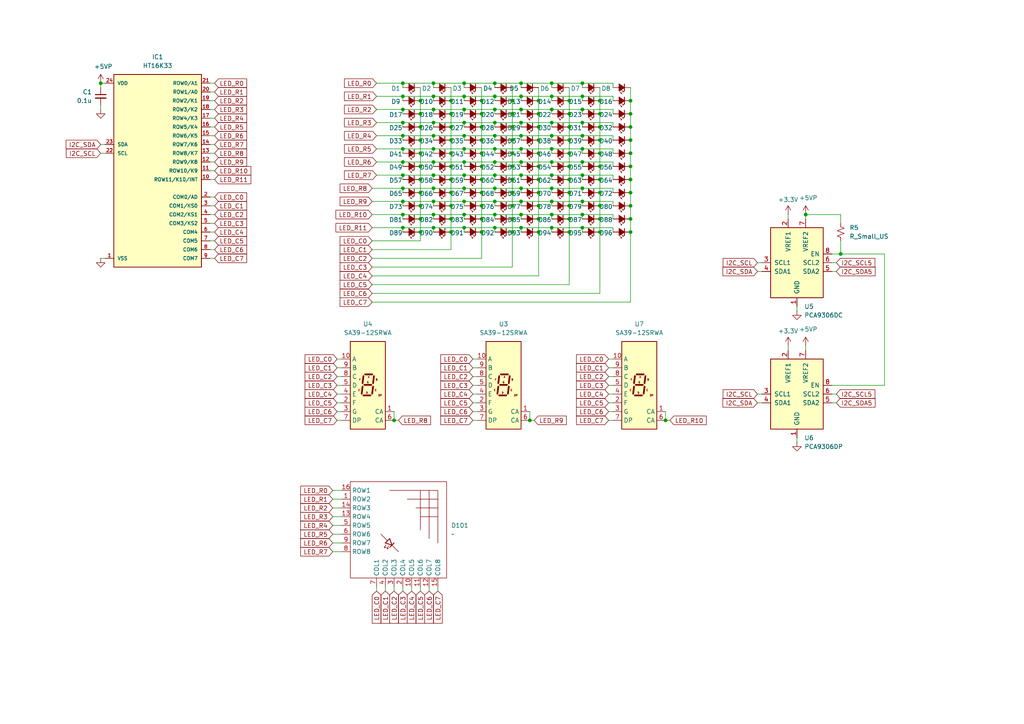
<source format=kicad_sch>
(kicad_sch (version 20250114) (generator "eeschema") (generator_version "9.0")
  (paper "A4")
  (junction (at 121.92 36.83))
  (junction (at 168.91 46.99))
  (junction (at 168.91 27.94))
  (junction (at 143.51 35.56))
  (junction (at 121.92 29.21))
  (junction (at 168.91 62.23))
  (junction (at 125.73 24.13))
  (junction (at 156.21 44.45))
  (junction (at 182.88 36.83))
  (junction (at 156.21 59.69))
  (junction (at 134.62 24.13))
  (junction (at 173.99 36.83))
  (junction (at 130.81 52.07))
  (junction (at 148.59 40.64))
  (junction (at 243.84 73.66))
  (junction (at 182.88 29.21))
  (junction (at 168.91 66.04))
  (junction (at 121.92 59.69))
  (junction (at 165.1 63.5))
  (junction (at 173.99 63.5))
  (junction (at 130.81 29.21))
  (junction (at 168.91 35.56))
  (junction (at 134.62 46.99))
  (junction (at 143.51 66.04))
  (junction (at 151.13 58.42))
  (junction (at 173.99 29.21))
  (junction (at 130.81 44.45))
  (junction (at 143.51 27.94))
  (junction (at 173.99 48.26))
  (junction (at 160.02 54.61))
  (junction (at 173.99 59.69))
  (junction (at 125.73 35.56))
  (junction (at 139.7 52.07))
  (junction (at 125.73 58.42))
  (junction (at 160.02 27.94))
  (junction (at 182.88 59.69))
  (junction (at 125.73 27.94))
  (junction (at 160.02 46.99))
  (junction (at 116.84 24.13))
  (junction (at 121.92 40.64))
  (junction (at 134.62 54.61))
  (junction (at 116.84 39.37))
  (junction (at 168.91 54.61))
  (junction (at 143.51 31.75))
  (junction (at 134.62 62.23))
  (junction (at 116.84 62.23))
  (junction (at 165.1 67.31))
  (junction (at 121.92 52.07))
  (junction (at 160.02 62.23))
  (junction (at 130.81 59.69))
  (junction (at 121.92 48.26))
  (junction (at 139.7 33.02))
  (junction (at 156.21 29.21))
  (junction (at 165.1 29.21))
  (junction (at 151.13 62.23))
  (junction (at 121.92 33.02))
  (junction (at 125.73 66.04))
  (junction (at 130.81 55.88))
  (junction (at 143.51 62.23))
  (junction (at 165.1 59.69))
  (junction (at 182.88 48.26))
  (junction (at 134.62 27.94))
  (junction (at 151.13 24.13))
  (junction (at 173.99 40.64))
  (junction (at 125.73 54.61))
  (junction (at 139.7 59.69))
  (junction (at 160.02 43.18))
  (junction (at 182.88 40.64))
  (junction (at 156.21 52.07))
  (junction (at 143.51 43.18))
  (junction (at 116.84 54.61))
  (junction (at 125.73 62.23))
  (junction (at 116.84 31.75))
  (junction (at 116.84 66.04))
  (junction (at 151.13 27.94))
  (junction (at 182.88 55.88))
  (junction (at 156.21 63.5))
  (junction (at 173.99 33.02))
  (junction (at 130.81 33.02))
  (junction (at 139.7 29.21))
  (junction (at 151.13 31.75))
  (junction (at 148.59 59.69))
  (junction (at 160.02 39.37))
  (junction (at 182.88 52.07))
  (junction (at 156.21 33.02))
  (junction (at 143.51 39.37))
  (junction (at 116.84 35.56))
  (junction (at 156.21 67.31))
  (junction (at 160.02 50.8))
  (junction (at 165.1 55.88))
  (junction (at 148.59 36.83))
  (junction (at 148.59 44.45))
  (junction (at 143.51 54.61))
  (junction (at 173.99 55.88))
  (junction (at 165.1 36.83))
  (junction (at 151.13 43.18))
  (junction (at 139.7 48.26))
  (junction (at 165.1 52.07))
  (junction (at 173.99 52.07))
  (junction (at 160.02 66.04))
  (junction (at 134.62 58.42))
  (junction (at 130.81 40.64))
  (junction (at 148.59 52.07))
  (junction (at 173.99 67.31))
  (junction (at 148.59 29.21))
  (junction (at 156.21 48.26))
  (junction (at 139.7 40.64))
  (junction (at 125.73 31.75))
  (junction (at 160.02 24.13))
  (junction (at 139.7 36.83))
  (junction (at 139.7 44.45))
  (junction (at 151.13 35.56))
  (junction (at 134.62 50.8))
  (junction (at 134.62 43.18))
  (junction (at 168.91 31.75))
  (junction (at 116.84 46.99))
  (junction (at 121.92 55.88))
  (junction (at 134.62 35.56))
  (junction (at 125.73 39.37))
  (junction (at 151.13 54.61))
  (junction (at 121.92 67.31))
  (junction (at 130.81 67.31))
  (junction (at 125.73 46.99))
  (junction (at 165.1 33.02))
  (junction (at 151.13 50.8))
  (junction (at 165.1 40.64))
  (junction (at 148.59 67.31))
  (junction (at 233.68 62.23))
  (junction (at 134.62 66.04))
  (junction (at 143.51 58.42))
  (junction (at 160.02 35.56))
  (junction (at 148.59 48.26))
  (junction (at 125.73 43.18))
  (junction (at 148.59 63.5))
  (junction (at 160.02 31.75))
  (junction (at 116.84 50.8))
  (junction (at 165.1 48.26))
  (junction (at 168.91 50.8))
  (junction (at 168.91 24.13))
  (junction (at 121.92 44.45))
  (junction (at 182.88 67.31))
  (junction (at 139.7 63.5))
  (junction (at 148.59 33.02))
  (junction (at 29.21 24.13))
  (junction (at 156.21 40.64))
  (junction (at 143.51 46.99))
  (junction (at 148.59 55.88))
  (junction (at 151.13 39.37))
  (junction (at 193.04 121.92))
  (junction (at 151.13 46.99))
  (junction (at 134.62 39.37))
  (junction (at 121.92 63.5))
  (junction (at 182.88 63.5))
  (junction (at 168.91 58.42))
  (junction (at 168.91 39.37))
  (junction (at 160.02 58.42))
  (junction (at 143.51 50.8))
  (junction (at 182.88 33.02))
  (junction (at 125.73 50.8))
  (junction (at 134.62 31.75))
  (junction (at 139.7 67.31))
  (junction (at 130.81 36.83))
  (junction (at 116.84 27.94))
  (junction (at 165.1 44.45))
  (junction (at 173.99 44.45))
  (junction (at 143.51 24.13))
  (junction (at 153.67 121.92))
  (junction (at 139.7 55.88))
  (junction (at 114.3 121.92))
  (junction (at 130.81 63.5))
  (junction (at 151.13 66.04))
  (junction (at 156.21 36.83))
  (junction (at 116.84 58.42))
  (junction (at 156.21 55.88))
  (junction (at 130.81 48.26))
  (junction (at 182.88 44.45))
  (junction (at 116.84 43.18))
  (junction (at 168.91 43.18))
  (wire (pts (xy 62.23 49.53) (xy 60.96 49.53)))
  (wire (pts (xy 29.21 41.91) (xy 30.48 41.91)))
  (wire (pts (xy 182.88 48.26) (xy 182.88 44.45)))
  (wire (pts (xy 156.21 25.4) (xy 156.21 29.21)))
  (wire (pts (xy 134.62 66.04) (xy 143.51 66.04)))
  (wire (pts (xy 116.84 171.45) (xy 116.84 170.18)))
  (wire (pts (xy 160.02 24.13) (xy 160.02 25.4)))
  (wire (pts (xy 139.7 55.88) (xy 139.7 52.07)))
  (wire (pts (xy 125.73 24.13) (xy 125.73 25.4)))
  (wire (pts (xy 151.13 43.18) (xy 160.02 43.18)))
  (wire (pts (xy 139.7 40.64) (xy 139.7 36.83)))
  (wire (pts (xy 96.52 160.02) (xy 99.06 160.02)))
  (wire (pts (xy 125.73 39.37) (xy 125.73 40.64)))
  (wire (pts (xy 125.73 66.04) (xy 125.73 67.31)))
  (wire (pts (xy 151.13 43.18) (xy 151.13 44.45)))
  (wire (pts (xy 127 171.45) (xy 127 170.18)))
  (wire (pts (xy 151.13 24.13) (xy 151.13 25.4)))
  (wire (pts (xy 153.67 119.38) (xy 153.67 121.92)))
  (wire (pts (xy 121.92 55.88) (xy 121.92 59.69)))
  (wire (pts (xy 107.95 69.85) (xy 121.92 69.85)))
  (wire (pts (xy 233.68 100.33) (xy 233.68 101.6)))
  (wire (pts (xy 168.91 39.37) (xy 177.8 39.37)))
  (wire (pts (xy 116.84 58.42) (xy 116.84 59.69)))
  (wire (pts (xy 125.73 54.61) (xy 134.62 54.61)))
  (wire (pts (xy 160.02 50.8) (xy 160.02 52.07)))
  (wire (pts (xy 177.8 24.13) (xy 177.8 25.4)))
  (wire (pts (xy 160.02 24.13) (xy 168.91 24.13)))
  (wire (pts (xy 143.51 39.37) (xy 151.13 39.37)))
  (wire (pts (xy 151.13 50.8) (xy 151.13 52.07)))
  (wire (pts (xy 107.95 85.09) (xy 173.99 85.09)))
  (wire (pts (xy 29.21 24.13) (xy 29.21 25.4)))
  (wire (pts (xy 233.68 62.23) (xy 243.84 62.23)))
  (wire (pts (xy 151.13 46.99) (xy 160.02 46.99)))
  (wire (pts (xy 168.91 43.18) (xy 168.91 44.45)))
  (wire (pts (xy 130.81 25.4) (xy 130.81 29.21)))
  (wire (pts (xy 156.21 67.31) (xy 156.21 80.01)))
  (wire (pts (xy 62.23 39.37) (xy 60.96 39.37)))
  (wire (pts (xy 156.21 55.88) (xy 156.21 59.69)))
  (wire (pts (xy 125.73 35.56) (xy 134.62 35.56)))
  (wire (pts (xy 165.1 25.4) (xy 165.1 29.21)))
  (wire (pts (xy 160.02 54.61) (xy 160.02 55.88)))
  (wire (pts (xy 116.84 24.13) (xy 116.84 25.4)))
  (wire (pts (xy 96.52 152.4) (xy 99.06 152.4)))
  (wire (pts (xy 107.95 54.61) (xy 116.84 54.61)))
  (wire (pts (xy 168.91 31.75) (xy 168.91 33.02)))
  (wire (pts (xy 160.02 43.18) (xy 160.02 44.45)))
  (wire (pts (xy 173.99 44.45) (xy 173.99 40.64)))
  (wire (pts (xy 134.62 54.61) (xy 134.62 55.88)))
  (wire (pts (xy 125.73 62.23) (xy 125.73 63.5)))
  (wire (pts (xy 134.62 27.94) (xy 143.51 27.94)))
  (wire (pts (xy 168.91 27.94) (xy 168.91 29.21)))
  (wire (pts (xy 173.99 63.5) (xy 173.99 59.69)))
  (wire (pts (xy 182.88 25.4) (xy 182.88 29.21)))
  (wire (pts (xy 151.13 66.04) (xy 151.13 67.31)))
  (wire (pts (xy 168.91 58.42) (xy 168.91 59.69)))
  (wire (pts (xy 134.62 43.18) (xy 143.51 43.18)))
  (wire (pts (xy 160.02 27.94) (xy 168.91 27.94)))
  (wire (pts (xy 116.84 27.94) (xy 116.84 29.21)))
  (wire (pts (xy 242.57 114.3) (xy 241.3 114.3)))
  (wire (pts (xy 134.62 39.37) (xy 134.62 40.64)))
  (wire (pts (xy 156.21 63.5) (xy 156.21 59.69)))
  (wire (pts (xy 62.23 31.75) (xy 60.96 31.75)))
  (wire (pts (xy 109.22 31.75) (xy 116.84 31.75)))
  (wire (pts (xy 151.13 24.13) (xy 160.02 24.13)))
  (wire (pts (xy 182.88 33.02) (xy 182.88 36.83)))
  (wire (pts (xy 182.88 55.88) (xy 182.88 52.07)))
  (wire (pts (xy 151.13 39.37) (xy 160.02 39.37)))
  (wire (pts (xy 97.79 121.92) (xy 99.06 121.92)))
  (wire (pts (xy 62.23 34.29) (xy 60.96 34.29)))
  (wire (pts (xy 125.73 46.99) (xy 134.62 46.99)))
  (wire (pts (xy 143.51 39.37) (xy 143.51 40.64)))
  (wire (pts (xy 97.79 116.84) (xy 99.06 116.84)))
  (wire (pts (xy 143.51 43.18) (xy 143.51 44.45)))
  (wire (pts (xy 143.51 46.99) (xy 151.13 46.99)))
  (wire (pts (xy 134.62 43.18) (xy 134.62 44.45)))
  (wire (pts (xy 139.7 59.69) (xy 139.7 63.5)))
  (wire (pts (xy 116.84 43.18) (xy 116.84 44.45)))
  (wire (pts (xy 148.59 55.88) (xy 148.59 52.07)))
  (wire (pts (xy 116.84 66.04) (xy 125.73 66.04)))
  (wire (pts (xy 168.91 50.8) (xy 177.8 50.8)))
  (wire (pts (xy 137.16 104.14) (xy 138.43 104.14)))
  (wire (pts (xy 116.84 54.61) (xy 125.73 54.61)))
  (wire (pts (xy 148.59 63.5) (xy 148.59 67.31)))
  (wire (pts (xy 125.73 62.23) (xy 134.62 62.23)))
  (wire (pts (xy 233.68 62.23) (xy 233.68 63.5)))
  (wire (pts (xy 121.92 59.69) (xy 121.92 63.5)))
  (wire (pts (xy 134.62 31.75) (xy 134.62 33.02)))
  (wire (pts (xy 107.95 80.01) (xy 156.21 80.01)))
  (wire (pts (xy 114.3 171.45) (xy 114.3 170.18)))
  (wire (pts (xy 165.1 55.88) (xy 165.1 59.69)))
  (wire (pts (xy 176.53 106.68) (xy 177.8 106.68)))
  (wire (pts (xy 134.62 24.13) (xy 143.51 24.13)))
  (wire (pts (xy 62.23 64.77) (xy 60.96 64.77)))
  (wire (pts (xy 134.62 62.23) (xy 134.62 63.5)))
  (wire (pts (xy 160.02 35.56) (xy 168.91 35.56)))
  (wire (pts (xy 173.99 40.64) (xy 173.99 36.83)))
  (wire (pts (xy 143.51 58.42) (xy 151.13 58.42)))
  (wire (pts (xy 116.84 66.04) (xy 116.84 67.31)))
  (wire (pts (xy 125.73 39.37) (xy 134.62 39.37)))
  (wire (pts (xy 125.73 54.61) (xy 125.73 55.88)))
  (wire (pts (xy 182.88 67.31) (xy 182.88 87.63)))
  (wire (pts (xy 151.13 27.94) (xy 151.13 29.21)))
  (wire (pts (xy 111.76 171.45) (xy 111.76 170.18)))
  (wire (pts (xy 143.51 27.94) (xy 151.13 27.94)))
  (wire (pts (xy 62.23 74.93) (xy 60.96 74.93)))
  (wire (pts (xy 242.57 116.84) (xy 241.3 116.84)))
  (wire (pts (xy 139.7 36.83) (xy 139.7 33.02)))
  (wire (pts (xy 62.23 72.39) (xy 60.96 72.39)))
  (wire (pts (xy 151.13 62.23) (xy 151.13 63.5)))
  (wire (pts (xy 125.73 43.18) (xy 134.62 43.18)))
  (wire (pts (xy 109.22 39.37) (xy 116.84 39.37)))
  (wire (pts (xy 182.88 63.5) (xy 182.88 59.69)))
  (wire (pts (xy 134.62 35.56) (xy 134.62 36.83)))
  (wire (pts (xy 116.84 50.8) (xy 116.84 52.07)))
  (wire (pts (xy 160.02 39.37) (xy 168.91 39.37)))
  (wire (pts (xy 143.51 31.75) (xy 143.51 33.02)))
  (wire (pts (xy 29.21 74.93) (xy 30.48 74.93)))
  (wire (pts (xy 116.84 46.99) (xy 125.73 46.99)))
  (wire (pts (xy 219.71 76.2) (xy 220.98 76.2)))
  (wire (pts (xy 148.59 77.47) (xy 148.59 67.31)))
  (wire (pts (xy 137.16 106.68) (xy 138.43 106.68)))
  (wire (pts (xy 62.23 26.67) (xy 60.96 26.67)))
  (wire (pts (xy 243.84 73.66) (xy 241.3 73.66)))
  (wire (pts (xy 130.81 63.5) (xy 130.81 59.69)))
  (wire (pts (xy 116.84 39.37) (xy 116.84 40.64)))
  (wire (pts (xy 168.91 31.75) (xy 177.8 31.75)))
  (wire (pts (xy 176.53 104.14) (xy 177.8 104.14)))
  (wire (pts (xy 160.02 31.75) (xy 160.02 33.02)))
  (wire (pts (xy 116.84 35.56) (xy 125.73 35.56)))
  (wire (pts (xy 182.88 59.69) (xy 182.88 55.88)))
  (wire (pts (xy 125.73 24.13) (xy 134.62 24.13)))
  (wire (pts (xy 62.23 59.69) (xy 60.96 59.69)))
  (wire (pts (xy 109.22 27.94) (xy 116.84 27.94)))
  (wire (pts (xy 109.22 171.45) (xy 109.22 170.18)))
  (wire (pts (xy 121.92 67.31) (xy 121.92 69.85)))
  (wire (pts (xy 168.91 54.61) (xy 168.91 55.88)))
  (wire (pts (xy 130.81 40.64) (xy 130.81 44.45)))
  (wire (pts (xy 148.59 52.07) (xy 148.59 48.26)))
  (wire (pts (xy 116.84 43.18) (xy 125.73 43.18)))
  (wire (pts (xy 151.13 35.56) (xy 151.13 36.83)))
  (wire (pts (xy 151.13 31.75) (xy 160.02 31.75)))
  (wire (pts (xy 151.13 54.61) (xy 151.13 55.88)))
  (wire (pts (xy 96.52 157.48) (xy 99.06 157.48)))
  (wire (pts (xy 139.7 33.02) (xy 139.7 29.21)))
  (wire (pts (xy 130.81 48.26) (xy 130.81 44.45)))
  (wire (pts (xy 116.84 39.37) (xy 125.73 39.37)))
  (wire (pts (xy 107.95 66.04) (xy 116.84 66.04)))
  (wire (pts (xy 168.91 46.99) (xy 168.91 48.26)))
  (wire (pts (xy 168.91 35.56) (xy 168.91 36.83)))
  (wire (pts (xy 29.21 30.48) (xy 29.21 31.75)))
  (wire (pts (xy 107.95 87.63) (xy 182.88 87.63)))
  (wire (pts (xy 176.53 121.92) (xy 177.8 121.92)))
  (wire (pts (xy 156.21 48.26) (xy 156.21 44.45)))
  (wire (pts (xy 151.13 46.99) (xy 151.13 48.26)))
  (wire (pts (xy 151.13 50.8) (xy 160.02 50.8)))
  (wire (pts (xy 143.51 50.8) (xy 143.51 52.07)))
  (wire (pts (xy 139.7 74.93) (xy 139.7 67.31)))
  (wire (pts (xy 125.73 31.75) (xy 134.62 31.75)))
  (wire (pts (xy 116.84 50.8) (xy 125.73 50.8)))
  (wire (pts (xy 139.7 59.69) (xy 139.7 55.88)))
  (wire (pts (xy 148.59 25.4) (xy 148.59 29.21)))
  (wire (pts (xy 121.92 25.4) (xy 121.92 29.21)))
  (wire (pts (xy 243.84 73.66) (xy 256.54 73.66)))
  (wire (pts (xy 109.22 46.99) (xy 116.84 46.99)))
  (wire (pts (xy 168.91 50.8) (xy 168.91 52.07)))
  (wire (pts (xy 153.67 121.92) (xy 154.94 121.92)))
  (wire (pts (xy 165.1 40.64) (xy 165.1 36.83)))
  (wire (pts (xy 107.95 62.23) (xy 116.84 62.23)))
  (wire (pts (xy 130.81 33.02) (xy 130.81 29.21)))
  (wire (pts (xy 139.7 25.4) (xy 139.7 29.21)))
  (wire (pts (xy 228.6 62.23) (xy 228.6 63.5)))
  (wire (pts (xy 134.62 27.94) (xy 134.62 29.21)))
  (wire (pts (xy 143.51 35.56) (xy 151.13 35.56)))
  (wire (pts (xy 168.91 24.13) (xy 168.91 25.4)))
  (wire (pts (xy 182.88 44.45) (xy 182.88 40.64)))
  (wire (pts (xy 168.91 43.18) (xy 177.8 43.18)))
  (wire (pts (xy 160.02 46.99) (xy 168.91 46.99)))
  (wire (pts (xy 62.23 29.21) (xy 60.96 29.21)))
  (wire (pts (xy 173.99 33.02) (xy 173.99 29.21)))
  (wire (pts (xy 165.1 48.26) (xy 165.1 44.45)))
  (wire (pts (xy 168.91 62.23) (xy 177.8 62.23)))
  (wire (pts (xy 173.99 59.69) (xy 173.99 55.88)))
  (wire (pts (xy 107.95 58.42) (xy 116.84 58.42)))
  (wire (pts (xy 160.02 43.18) (xy 168.91 43.18)))
  (wire (pts (xy 182.88 33.02) (xy 182.88 29.21)))
  (wire (pts (xy 116.84 31.75) (xy 116.84 33.02)))
  (wire (pts (xy 177.8 35.56) (xy 177.8 36.83)))
  (wire (pts (xy 143.51 27.94) (xy 143.51 29.21)))
  (wire (pts (xy 109.22 35.56) (xy 116.84 35.56)))
  (wire (pts (xy 177.8 27.94) (xy 177.8 29.21)))
  (wire (pts (xy 96.52 144.78) (xy 99.06 144.78)))
  (wire (pts (xy 151.13 27.94) (xy 160.02 27.94)))
  (wire (pts (xy 125.73 35.56) (xy 125.73 36.83)))
  (wire (pts (xy 119.38 171.45) (xy 119.38 170.18)))
  (wire (pts (xy 134.62 46.99) (xy 134.62 48.26)))
  (wire (pts (xy 130.81 55.88) (xy 130.81 52.07)))
  (wire (pts (xy 231.14 128.27) (xy 231.14 127)))
  (wire (pts (xy 177.8 43.18) (xy 177.8 44.45)))
  (wire (pts (xy 134.62 62.23) (xy 143.51 62.23)))
  (wire (pts (xy 182.88 40.64) (xy 182.88 36.83)))
  (wire (pts (xy 97.79 104.14) (xy 99.06 104.14)))
  (wire (pts (xy 165.1 67.31) (xy 165.1 63.5)))
  (wire (pts (xy 134.62 24.13) (xy 134.62 25.4)))
  (wire (pts (xy 62.23 52.07) (xy 60.96 52.07)))
  (wire (pts (xy 114.3 121.92) (xy 115.57 121.92)))
  (wire (pts (xy 177.8 50.8) (xy 177.8 52.07)))
  (wire (pts (xy 143.51 50.8) (xy 151.13 50.8)))
  (wire (pts (xy 228.6 100.33) (xy 228.6 101.6)))
  (wire (pts (xy 137.16 109.22) (xy 138.43 109.22)))
  (wire (pts (xy 143.51 43.18) (xy 151.13 43.18)))
  (wire (pts (xy 148.59 59.69) (xy 148.59 55.88)))
  (wire (pts (xy 193.04 119.38) (xy 193.04 121.92)))
  (wire (pts (xy 160.02 50.8) (xy 168.91 50.8)))
  (wire (pts (xy 173.99 52.07) (xy 173.99 48.26)))
  (wire (pts (xy 156.21 55.88) (xy 156.21 52.07)))
  (wire (pts (xy 165.1 67.31) (xy 165.1 82.55)))
  (wire (pts (xy 173.99 67.31) (xy 173.99 63.5)))
  (wire (pts (xy 62.23 24.13) (xy 60.96 24.13)))
  (wire (pts (xy 182.88 67.31) (xy 182.88 63.5)))
  (wire (pts (xy 137.16 116.84) (xy 138.43 116.84)))
  (wire (pts (xy 168.91 54.61) (xy 177.8 54.61)))
  (wire (pts (xy 156.21 40.64) (xy 156.21 44.45)))
  (wire (pts (xy 134.62 35.56) (xy 143.51 35.56)))
  (wire (pts (xy 165.1 33.02) (xy 165.1 36.83)))
  (wire (pts (xy 173.99 67.31) (xy 173.99 85.09)))
  (wire (pts (xy 219.71 78.74) (xy 220.98 78.74)))
  (wire (pts (xy 151.13 39.37) (xy 151.13 40.64)))
  (wire (pts (xy 256.54 111.76) (xy 241.3 111.76)))
  (wire (pts (xy 121.92 36.83) (xy 121.92 40.64)))
  (wire (pts (xy 151.13 35.56) (xy 160.02 35.56)))
  (wire (pts (xy 96.52 142.24) (xy 99.06 142.24)))
  (wire (pts (xy 121.92 44.45) (xy 121.92 48.26)))
  (wire (pts (xy 134.62 46.99) (xy 143.51 46.99)))
  (wire (pts (xy 160.02 54.61) (xy 168.91 54.61)))
  (wire (pts (xy 160.02 35.56) (xy 160.02 36.83)))
  (wire (pts (xy 125.73 66.04) (xy 134.62 66.04)))
  (wire (pts (xy 160.02 66.04) (xy 168.91 66.04)))
  (wire (pts (xy 130.81 55.88) (xy 130.81 59.69)))
  (wire (pts (xy 116.84 62.23) (xy 116.84 63.5)))
  (wire (pts (xy 96.52 149.86) (xy 99.06 149.86)))
  (wire (pts (xy 160.02 39.37) (xy 160.02 40.64)))
  (wire (pts (xy 139.7 52.07) (xy 139.7 48.26)))
  (wire (pts (xy 143.51 31.75) (xy 151.13 31.75)))
  (wire (pts (xy 193.04 121.92) (xy 194.31 121.92)))
  (wire (pts (xy 130.81 40.64) (xy 130.81 36.83)))
  (wire (pts (xy 176.53 119.38) (xy 177.8 119.38)))
  (wire (pts (xy 219.71 116.84) (xy 220.98 116.84)))
  (wire (pts (xy 139.7 48.26) (xy 139.7 44.45)))
  (wire (pts (xy 62.23 69.85) (xy 60.96 69.85)))
  (wire (pts (xy 143.51 58.42) (xy 143.51 59.69)))
  (wire (pts (xy 219.71 114.3) (xy 220.98 114.3)))
  (wire (pts (xy 116.84 24.13) (xy 125.73 24.13)))
  (wire (pts (xy 160.02 31.75) (xy 168.91 31.75)))
  (wire (pts (xy 177.8 62.23) (xy 177.8 63.5)))
  (wire (pts (xy 62.23 41.91) (xy 60.96 41.91)))
  (wire (pts (xy 151.13 58.42) (xy 151.13 59.69)))
  (wire (pts (xy 116.84 35.56) (xy 116.84 36.83)))
  (wire (pts (xy 121.92 63.5) (xy 121.92 67.31)))
  (wire (pts (xy 156.21 40.64) (xy 156.21 36.83)))
  (wire (pts (xy 114.3 119.38) (xy 114.3 121.92)))
  (wire (pts (xy 125.73 31.75) (xy 125.73 33.02)))
  (wire (pts (xy 97.79 106.68) (xy 99.06 106.68)))
  (wire (pts (xy 121.92 48.26) (xy 121.92 52.07)))
  (wire (pts (xy 130.81 67.31) (xy 130.81 63.5)))
  (wire (pts (xy 124.46 171.45) (xy 124.46 170.18)))
  (wire (pts (xy 143.51 46.99) (xy 143.51 48.26)))
  (wire (pts (xy 125.73 27.94) (xy 134.62 27.94)))
  (wire (pts (xy 176.53 116.84) (xy 177.8 116.84)))
  (wire (pts (xy 177.8 66.04) (xy 177.8 67.31)))
  (wire (pts (xy 151.13 66.04) (xy 160.02 66.04)))
  (wire (pts (xy 134.62 54.61) (xy 143.51 54.61)))
  (wire (pts (xy 168.91 66.04) (xy 177.8 66.04)))
  (wire (pts (xy 97.79 119.38) (xy 99.06 119.38)))
  (wire (pts (xy 62.23 44.45) (xy 60.96 44.45)))
  (wire (pts (xy 143.51 66.04) (xy 151.13 66.04)))
  (wire (pts (xy 97.79 111.76) (xy 99.06 111.76)))
  (wire (pts (xy 116.84 31.75) (xy 125.73 31.75)))
  (wire (pts (xy 62.23 36.83) (xy 60.96 36.83)))
  (wire (pts (xy 242.57 78.74) (xy 241.3 78.74)))
  (wire (pts (xy 125.73 46.99) (xy 125.73 48.26)))
  (wire (pts (xy 176.53 109.22) (xy 177.8 109.22)))
  (wire (pts (xy 148.59 40.64) (xy 148.59 36.83)))
  (wire (pts (xy 256.54 73.66) (xy 256.54 111.76)))
  (wire (pts (xy 125.73 27.94) (xy 125.73 29.21)))
  (wire (pts (xy 242.57 76.2) (xy 241.3 76.2)))
  (wire (pts (xy 125.73 50.8) (xy 125.73 52.07)))
  (wire (pts (xy 168.91 27.94) (xy 177.8 27.94)))
  (wire (pts (xy 173.99 33.02) (xy 173.99 36.83)))
  (wire (pts (xy 107.95 74.93) (xy 139.7 74.93)))
  (wire (pts (xy 134.62 58.42) (xy 143.51 58.42)))
  (wire (pts (xy 116.84 46.99) (xy 116.84 48.26)))
  (wire (pts (xy 116.84 58.42) (xy 125.73 58.42)))
  (wire (pts (xy 151.13 54.61) (xy 160.02 54.61)))
  (wire (pts (xy 139.7 44.45) (xy 139.7 40.64)))
  (wire (pts (xy 134.62 50.8) (xy 134.62 52.07)))
  (wire (pts (xy 62.23 62.23) (xy 60.96 62.23)))
  (wire (pts (xy 121.92 171.45) (xy 121.92 170.18)))
  (wire (pts (xy 173.99 55.88) (xy 173.99 52.07)))
  (wire (pts (xy 156.21 33.02) (xy 156.21 36.83)))
  (wire (pts (xy 107.95 82.55) (xy 165.1 82.55)))
  (wire (pts (xy 148.59 44.45) (xy 148.59 40.64)))
  (wire (pts (xy 109.22 24.13) (xy 116.84 24.13)))
  (wire (pts (xy 137.16 121.92) (xy 138.43 121.92)))
  (wire (pts (xy 177.8 58.42) (xy 177.8 59.69)))
  (wire (pts (xy 148.59 48.26) (xy 148.59 44.45)))
  (wire (pts (xy 151.13 31.75) (xy 151.13 33.02)))
  (wire (pts (xy 143.51 54.61) (xy 151.13 54.61)))
  (wire (pts (xy 168.91 46.99) (xy 177.8 46.99)))
  (wire (pts (xy 107.95 77.47) (xy 148.59 77.47)))
  (wire (pts (xy 148.59 36.83) (xy 148.59 33.02)))
  (wire (pts (xy 143.51 54.61) (xy 143.51 55.88)))
  (wire (pts (xy 116.84 54.61) (xy 116.84 55.88)))
  (wire (pts (xy 130.81 72.39) (xy 130.81 67.31)))
  (wire (pts (xy 130.81 36.83) (xy 130.81 33.02)))
  (wire (pts (xy 137.16 119.38) (xy 138.43 119.38)))
  (wire (pts (xy 160.02 58.42) (xy 168.91 58.42)))
  (wire (pts (xy 168.91 39.37) (xy 168.91 40.64)))
  (wire (pts (xy 165.1 40.64) (xy 165.1 44.45)))
  (wire (pts (xy 125.73 58.42) (xy 134.62 58.42)))
  (wire (pts (xy 143.51 24.13) (xy 151.13 24.13)))
  (wire (pts (xy 139.7 67.31) (xy 139.7 63.5)))
  (wire (pts (xy 29.21 44.45) (xy 30.48 44.45)))
  (wire (pts (xy 97.79 109.22) (xy 99.06 109.22)))
  (wire (pts (xy 160.02 62.23) (xy 168.91 62.23)))
  (wire (pts (xy 160.02 46.99) (xy 160.02 48.26)))
  (wire (pts (xy 134.62 39.37) (xy 143.51 39.37)))
  (wire (pts (xy 173.99 48.26) (xy 173.99 44.45)))
  (wire (pts (xy 62.23 57.15) (xy 60.96 57.15)))
  (wire (pts (xy 143.51 62.23) (xy 151.13 62.23)))
  (wire (pts (xy 231.14 90.17) (xy 231.14 88.9)))
  (wire (pts (xy 177.8 39.37) (xy 177.8 40.64)))
  (wire (pts (xy 151.13 62.23) (xy 160.02 62.23)))
  (wire (pts (xy 143.51 24.13) (xy 143.51 25.4)))
  (wire (pts (xy 134.62 31.75) (xy 143.51 31.75)))
  (wire (pts (xy 168.91 66.04) (xy 168.91 67.31)))
  (wire (pts (xy 156.21 52.07) (xy 156.21 48.26)))
  (wire (pts (xy 125.73 50.8) (xy 134.62 50.8)))
  (wire (pts (xy 143.51 35.56) (xy 143.51 36.83)))
  (wire (pts (xy 177.8 54.61) (xy 177.8 55.88)))
  (wire (pts (xy 96.52 147.32) (xy 99.06 147.32)))
  (wire (pts (xy 137.16 111.76) (xy 138.43 111.76)))
  (wire (pts (xy 125.73 43.18) (xy 125.73 44.45)))
  (wire (pts (xy 176.53 111.76) (xy 177.8 111.76)))
  (wire (pts (xy 156.21 67.31) (xy 156.21 63.5)))
  (wire (pts (xy 165.1 55.88) (xy 165.1 52.07)))
  (wire (pts (xy 134.62 66.04) (xy 134.62 67.31)))
  (wire (pts (xy 182.88 48.26) (xy 182.88 52.07)))
  (wire (pts (xy 160.02 62.23) (xy 160.02 63.5)))
  (wire (pts (xy 168.91 62.23) (xy 168.91 63.5)))
  (wire (pts (xy 29.21 24.13) (xy 30.48 24.13)))
  (wire (pts (xy 97.79 114.3) (xy 99.06 114.3)))
  (wire (pts (xy 121.92 52.07) (xy 121.92 55.88)))
  (wire (pts (xy 125.73 58.42) (xy 125.73 59.69)))
  (wire (pts (xy 121.92 40.64) (xy 121.92 44.45)))
  (wire (pts (xy 148.59 33.02) (xy 148.59 29.21)))
  (wire (pts (xy 168.91 24.13) (xy 177.8 24.13)))
  (wire (pts (xy 168.91 35.56) (xy 177.8 35.56)))
  (wire (pts (xy 243.84 62.23) (xy 243.84 64.77)))
  (wire (pts (xy 109.22 43.18) (xy 116.84 43.18)))
  (wire (pts (xy 116.84 62.23) (xy 125.73 62.23)))
  (wire (pts (xy 130.81 52.07) (xy 130.81 48.26)))
  (wire (pts (xy 165.1 52.07) (xy 165.1 48.26)))
  (wire (pts (xy 176.53 114.3) (xy 177.8 114.3)))
  (wire (pts (xy 62.23 46.99) (xy 60.96 46.99)))
  (wire (pts (xy 107.95 72.39) (xy 130.81 72.39)))
  (wire (pts (xy 243.84 69.85) (xy 243.84 73.66)))
  (wire (pts (xy 177.8 46.99) (xy 177.8 48.26)))
  (wire (pts (xy 173.99 25.4) (xy 173.99 29.21)))
  (wire (pts (xy 96.52 154.94) (xy 99.06 154.94)))
  (wire (pts (xy 148.59 63.5) (xy 148.59 59.69)))
  (wire (pts (xy 121.92 33.02) (xy 121.92 36.83)))
  (wire (pts (xy 116.84 27.94) (xy 125.73 27.94)))
  (wire (pts (xy 143.51 62.23) (xy 143.51 63.5)))
  (wire (pts (xy 156.21 33.02) (xy 156.21 29.21)))
  (wire (pts (xy 121.92 29.21) (xy 121.92 33.02)))
  (wire (pts (xy 137.16 114.3) (xy 138.43 114.3)))
  (wire (pts (xy 168.91 58.42) (xy 177.8 58.42)))
  (wire (pts (xy 134.62 50.8) (xy 143.51 50.8)))
  (wire (pts (xy 160.02 27.94) (xy 160.02 29.21)))
  (wire (pts (xy 177.8 31.75) (xy 177.8 33.02)))
  (wire (pts (xy 165.1 63.5) (xy 165.1 59.69)))
  (wire (pts (xy 143.51 66.04) (xy 143.51 67.31)))
  (wire (pts (xy 151.13 58.42) (xy 160.02 58.42)))
  (wire (pts (xy 160.02 58.42) (xy 160.02 59.69)))
  (wire (pts (xy 109.22 50.8) (xy 116.84 50.8)))
  (wire (pts (xy 165.1 33.02) (xy 165.1 29.21)))
  (wire (pts (xy 134.62 58.42) (xy 134.62 59.69)))
  (wire (pts (xy 160.02 66.04) (xy 160.02 67.31)))
  (wire (pts (xy 62.23 67.31) (xy 60.96 67.31)))
  (global_label "LED_C2" (shape input) (at 176.53 109.22 180) (property "Intersheetrefs" "${INTERSHEET_REFS}" (effects (hide yes))))
  (global_label "LED_C0" (shape input) (at 137.16 104.14 180) (property "Intersheetrefs" "${INTERSHEET_REFS}" (effects (hide yes))))
  (global_label "LED_C3" (shape input) (at 176.53 111.76 180) (property "Intersheetrefs" "${INTERSHEET_REFS}" (effects (hide yes))))
  (global_label "LED_R9" (shape input) (at 154.94 121.92 0) (property "Intersheetrefs" "${INTERSHEET_REFS}" (effects (hide yes))))
  (global_label "LED_C7" (shape input) (at 62.23 74.93 0) (property "Intersheetrefs" "${INTERSHEET_REFS}" (effects (hide yes))))
  (global_label "LED_C1" (shape input) (at 176.53 106.68 180) (property "Intersheetrefs" "${INTERSHEET_REFS}" (effects (hide yes))))
  (global_label "LED_C0" (shape input) (at 62.23 57.15 0) (property "Intersheetrefs" "${INTERSHEET_REFS}" (effects (hide yes))))
  (global_label "LED_R8" (shape input) (at 107.95 54.61 180) (property "Intersheetrefs" "${INTERSHEET_REFS}" (effects (hide yes))))
  (global_label "LED_R5" (shape input) (at 109.22 43.18 180) (property "Intersheetrefs" "${INTERSHEET_REFS}" (effects (hide yes))))
  (global_label "I2C_SCL5" (shape input) (at 242.57 114.3 0) (property "Intersheetrefs" "${INTERSHEET_REFS}" (effects (hide yes))))
  (global_label "I2C_SCL" (shape input) (at 219.71 76.2 180) (property "Intersheetrefs" "${INTERSHEET_REFS}" (effects (hide yes))))
  (global_label "LED_R9" (shape input) (at 62.23 46.99 0) (property "Intersheetrefs" "${INTERSHEET_REFS}" (effects (hide yes))))
  (global_label "LED_C5" (shape input) (at 176.53 116.84 180) (property "Intersheetrefs" "${INTERSHEET_REFS}" (effects (hide yes))))
  (global_label "LED_R10" (shape input) (at 194.31 121.92 0) (property "Intersheetrefs" "${INTERSHEET_REFS}" (effects (hide yes))))
  (global_label "LED_C4" (shape input) (at 62.23 67.31 0) (property "Intersheetrefs" "${INTERSHEET_REFS}" (effects (hide yes))))
  (global_label "LED_R10" (shape input) (at 107.95 62.23 180) (property "Intersheetrefs" "${INTERSHEET_REFS}" (effects (hide yes))))
  (global_label "I2C_SDA5" (shape input) (at 242.57 78.74 0) (property "Intersheetrefs" "${INTERSHEET_REFS}" (effects (hide yes))))
  (global_label "LED_R2" (shape input) (at 109.22 31.75 180) (property "Intersheetrefs" "${INTERSHEET_REFS}" (effects (hide yes))))
  (global_label "LED_C1" (shape input) (at 137.16 106.68 180) (property "Intersheetrefs" "${INTERSHEET_REFS}" (effects (hide yes))))
  (global_label "I2C_SDA" (shape input) (at 219.71 116.84 180) (property "Intersheetrefs" "${INTERSHEET_REFS}" (effects (hide yes))))
  (global_label "LED_C0" (shape input) (at 107.95 69.85 180) (property "Intersheetrefs" "${INTERSHEET_REFS}" (effects (hide yes))))
  (global_label "LED_C7" (shape input) (at 127 171.45 270) (property "Intersheetrefs" "${INTERSHEET_REFS}" (effects (hide yes))))
  (global_label "LED_R7" (shape input) (at 62.23 41.91 0) (property "Intersheetrefs" "${INTERSHEET_REFS}" (effects (hide yes))))
  (global_label "LED_C0" (shape input) (at 97.79 104.14 180) (property "Intersheetrefs" "${INTERSHEET_REFS}" (effects (hide yes))))
  (global_label "LED_R4" (shape input) (at 109.22 39.37 180) (property "Intersheetrefs" "${INTERSHEET_REFS}" (effects (hide yes))))
  (global_label "LED_R3" (shape input) (at 109.22 35.56 180) (property "Intersheetrefs" "${INTERSHEET_REFS}" (effects (hide yes))))
  (global_label "LED_R7" (shape input) (at 96.52 160.02 180) (property "Intersheetrefs" "${INTERSHEET_REFS}" (effects (hide yes))))
  (global_label "LED_C6" (shape input) (at 107.95 85.09 180) (property "Intersheetrefs" "${INTERSHEET_REFS}" (effects (hide yes))))
  (global_label "LED_C3" (shape input) (at 107.95 77.47 180) (property "Intersheetrefs" "${INTERSHEET_REFS}" (effects (hide yes))))
  (global_label "LED_C2" (shape input) (at 114.3 171.45 270) (property "Intersheetrefs" "${INTERSHEET_REFS}" (effects (hide yes))))
  (global_label "LED_R8" (shape input) (at 115.57 121.92 0) (property "Intersheetrefs" "${INTERSHEET_REFS}" (effects (hide yes))))
  (global_label "LED_C5" (shape input) (at 97.79 116.84 180) (property "Intersheetrefs" "${INTERSHEET_REFS}" (effects (hide yes))))
  (global_label "LED_R7" (shape input) (at 109.22 50.8 180) (property "Intersheetrefs" "${INTERSHEET_REFS}" (effects (hide yes))))
  (global_label "LED_C3" (shape input) (at 116.84 171.45 270) (property "Intersheetrefs" "${INTERSHEET_REFS}" (effects (hide yes))))
  (global_label "LED_R2" (shape input) (at 62.23 29.21 0) (property "Intersheetrefs" "${INTERSHEET_REFS}" (effects (hide yes))))
  (global_label "LED_C0" (shape input) (at 176.53 104.14 180) (property "Intersheetrefs" "${INTERSHEET_REFS}" (effects (hide yes))))
  (global_label "LED_R0" (shape input) (at 109.22 24.13 180) (property "Intersheetrefs" "${INTERSHEET_REFS}" (effects (hide yes))))
  (global_label "LED_C7" (shape input) (at 107.95 87.63 180) (property "Intersheetrefs" "${INTERSHEET_REFS}" (effects (hide yes))))
  (global_label "I2C_SCL" (shape input) (at 219.71 114.3 180) (property "Intersheetrefs" "${INTERSHEET_REFS}" (effects (hide yes))))
  (global_label "LED_C5" (shape input) (at 121.92 171.45 270) (property "Intersheetrefs" "${INTERSHEET_REFS}" (effects (hide yes))))
  (global_label "LED_C1" (shape input) (at 62.23 59.69 0) (property "Intersheetrefs" "${INTERSHEET_REFS}" (effects (hide yes))))
  (global_label "LED_R1" (shape input) (at 109.22 27.94 180) (property "Intersheetrefs" "${INTERSHEET_REFS}" (effects (hide yes))))
  (global_label "LED_R11" (shape input) (at 62.23 52.07 0) (property "Intersheetrefs" "${INTERSHEET_REFS}" (effects (hide yes))))
  (global_label "I2C_SCL" (shape input) (at 29.21 44.45 180) (property "Intersheetrefs" "${INTERSHEET_REFS}" (effects (hide yes))))
  (global_label "LED_C1" (shape input) (at 107.95 72.39 180) (property "Intersheetrefs" "${INTERSHEET_REFS}" (effects (hide yes))))
  (global_label "LED_R2" (shape input) (at 96.52 147.32 180) (property "Intersheetrefs" "${INTERSHEET_REFS}" (effects (hide yes))))
  (global_label "LED_R8" (shape input) (at 62.23 44.45 0) (property "Intersheetrefs" "${INTERSHEET_REFS}" (effects (hide yes))))
  (global_label "LED_C6" (shape input) (at 62.23 72.39 0) (property "Intersheetrefs" "${INTERSHEET_REFS}" (effects (hide yes))))
  (global_label "LED_C6" (shape input) (at 176.53 119.38 180) (property "Intersheetrefs" "${INTERSHEET_REFS}" (effects (hide yes))))
  (global_label "LED_C3" (shape input) (at 137.16 111.76 180) (property "Intersheetrefs" "${INTERSHEET_REFS}" (effects (hide yes))))
  (global_label "LED_R4" (shape input) (at 62.23 34.29 0) (property "Intersheetrefs" "${INTERSHEET_REFS}" (effects (hide yes))))
  (global_label "LED_C6" (shape input) (at 124.46 171.45 270) (property "Intersheetrefs" "${INTERSHEET_REFS}" (effects (hide yes))))
  (global_label "LED_C2" (shape input) (at 137.16 109.22 180) (property "Intersheetrefs" "${INTERSHEET_REFS}" (effects (hide yes))))
  (global_label "LED_C5" (shape input) (at 62.23 69.85 0) (property "Intersheetrefs" "${INTERSHEET_REFS}" (effects (hide yes))))
  (global_label "LED_C5" (shape input) (at 107.95 82.55 180) (property "Intersheetrefs" "${INTERSHEET_REFS}" (effects (hide yes))))
  (global_label "LED_R11" (shape input) (at 107.95 66.04 180) (property "Intersheetrefs" "${INTERSHEET_REFS}" (effects (hide yes))))
  (global_label "LED_R1" (shape input) (at 96.52 144.78 180) (property "Intersheetrefs" "${INTERSHEET_REFS}" (effects (hide yes))))
  (global_label "LED_C4" (shape input) (at 97.79 114.3 180) (property "Intersheetrefs" "${INTERSHEET_REFS}" (effects (hide yes))))
  (global_label "LED_C2" (shape input) (at 107.95 74.93 180) (property "Intersheetrefs" "${INTERSHEET_REFS}" (effects (hide yes))))
  (global_label "LED_R0" (shape input) (at 96.52 142.24 180) (property "Intersheetrefs" "${INTERSHEET_REFS}" (effects (hide yes))))
  (global_label "LED_C0" (shape input) (at 109.22 171.45 270) (property "Intersheetrefs" "${INTERSHEET_REFS}" (effects (hide yes))))
  (global_label "LED_C4" (shape input) (at 176.53 114.3 180) (property "Intersheetrefs" "${INTERSHEET_REFS}" (effects (hide yes))))
  (global_label "LED_C2" (shape input) (at 62.23 62.23 0) (property "Intersheetrefs" "${INTERSHEET_REFS}" (effects (hide yes))))
  (global_label "LED_C4" (shape input) (at 107.95 80.01 180) (property "Intersheetrefs" "${INTERSHEET_REFS}" (effects (hide yes))))
  (global_label "LED_R0" (shape input) (at 62.23 24.13 0) (property "Intersheetrefs" "${INTERSHEET_REFS}" (effects (hide yes))))
  (global_label "LED_C7" (shape input) (at 176.53 121.92 180) (property "Intersheetrefs" "${INTERSHEET_REFS}" (effects (hide yes))))
  (global_label "LED_R5" (shape input) (at 62.23 36.83 0) (property "Intersheetrefs" "${INTERSHEET_REFS}" (effects (hide yes))))
  (global_label "LED_R1" (shape input) (at 62.23 26.67 0) (property "Intersheetrefs" "${INTERSHEET_REFS}" (effects (hide yes))))
  (global_label "LED_R6" (shape input) (at 62.23 39.37 0) (property "Intersheetrefs" "${INTERSHEET_REFS}" (effects (hide yes))))
  (global_label "I2C_SCL5" (shape input) (at 242.57 76.2 0) (property "Intersheetrefs" "${INTERSHEET_REFS}" (effects (hide yes))))
  (global_label "I2C_SDA" (shape input) (at 219.71 78.74 180) (property "Intersheetrefs" "${INTERSHEET_REFS}" (effects (hide yes))))
  (global_label "I2C_SDA" (shape input) (at 29.21 41.91 180) (property "Intersheetrefs" "${INTERSHEET_REFS}" (effects (hide yes))))
  (global_label "LED_R5" (shape input) (at 96.52 154.94 180) (property "Intersheetrefs" "${INTERSHEET_REFS}" (effects (hide yes))))
  (global_label "LED_C4" (shape input) (at 119.38 171.45 270) (property "Intersheetrefs" "${INTERSHEET_REFS}" (effects (hide yes))))
  (global_label "LED_R6" (shape input) (at 109.22 46.99 180) (property "Intersheetrefs" "${INTERSHEET_REFS}" (effects (hide yes))))
  (global_label "LED_C3" (shape input) (at 62.23 64.77 0) (property "Intersheetrefs" "${INTERSHEET_REFS}" (effects (hide yes))))
  (global_label "LED_R3" (shape input) (at 96.52 149.86 180) (property "Intersheetrefs" "${INTERSHEET_REFS}" (effects (hide yes))))
  (global_label "LED_C5" (shape input) (at 137.16 116.84 180) (property "Intersheetrefs" "${INTERSHEET_REFS}" (effects (hide yes))))
  (global_label "LED_C1" (shape input) (at 111.76 171.45 270) (property "Intersheetrefs" "${INTERSHEET_REFS}" (effects (hide yes))))
  (global_label "LED_C6" (shape input) (at 97.79 119.38 180) (property "Intersheetrefs" "${INTERSHEET_REFS}" (effects (hide yes))))
  (global_label "LED_R6" (shape input) (at 96.52 157.48 180) (property "Intersheetrefs" "${INTERSHEET_REFS}" (effects (hide yes))))
  (global_label "LED_C2" (shape input) (at 97.79 109.22 180) (property "Intersheetrefs" "${INTERSHEET_REFS}" (effects (hide yes))))
  (global_label "LED_C1" (shape input) (at 97.79 106.68 180) (property "Intersheetrefs" "${INTERSHEET_REFS}" (effects (hide yes))))
  (global_label "LED_C6" (shape input) (at 137.16 119.38 180) (property "Intersheetrefs" "${INTERSHEET_REFS}" (effects (hide yes))))
  (global_label "LED_C4" (shape input) (at 137.16 114.3 180) (property "Intersheetrefs" "${INTERSHEET_REFS}" (effects (hide yes))))
  (global_label "LED_R10" (shape input) (at 62.23 49.53 0) (property "Intersheetrefs" "${INTERSHEET_REFS}" (effects (hide yes))))
  (global_label "LED_C7" (shape input) (at 137.16 121.92 180) (property "Intersheetrefs" "${INTERSHEET_REFS}" (effects (hide yes))))
  (global_label "LED_R3" (shape input) (at 62.23 31.75 0) (property "Intersheetrefs" "${INTERSHEET_REFS}" (effects (hide yes))))
  (global_label "LED_C7" (shape input) (at 97.79 121.92 180) (property "Intersheetrefs" "${INTERSHEET_REFS}" (effects (hide yes))))
  (global_label "LED_R4" (shape input) (at 96.52 152.4 180) (property "Intersheetrefs" "${INTERSHEET_REFS}" (effects (hide yes))))
  (global_label "LED_C3" (shape input) (at 97.79 111.76 180) (property "Intersheetrefs" "${INTERSHEET_REFS}" (effects (hide yes))))
  (global_label "LED_R9" (shape input) (at 107.95 58.42 180) (property "Intersheetrefs" "${INTERSHEET_REFS}" (effects (hide yes))))
  (global_label "I2C_SDA5" (shape input) (at 242.57 116.84 0) (property "Intersheetrefs" "${INTERSHEET_REFS}" (effects (hide yes))))
  (symbol (lib_id "Device:LED_Small_Filled") (at 162.56 52.07 180) (unit 1)
    (property "Reference" "D62" (at 157.988 52.324 0))
    (property "Value" "LED_Small_Filled" (effects (hide yes)))
    (property "Footprint" "LED_SMD:LED_0603_1608Metric_Pad1.05x0.95mm_HandSolder" (effects (hide yes)))
    (property "Description" "Light emitting diode, small symbol, filled shape" (effects (hide yes)))
    (property "Sim.Pins" "1=K 2=A" (effects (hide yes)))
  )
  (symbol (lib_id "Device:LED_Small_Filled") (at 180.34 48.26 180) (unit 1)
    (property "Reference" "D56" (at 175.768 48.514 0))
    (property "Value" "LED_Small_Filled" (effects (hide yes)))
    (property "Footprint" "LED_SMD:LED_0603_1608Metric_Pad1.05x0.95mm_HandSolder" (effects (hide yes)))
    (property "Description" "Light emitting diode, small symbol, filled shape" (effects (hide yes)))
    (property "Sim.Pins" "1=K 2=A" (effects (hide yes)))
  )
  (symbol (lib_id "Device:LED_Small_Filled") (at 171.45 29.21 180) (unit 1)
    (property "Reference" "D15" (at 166.878 29.464 0))
    (property "Value" "LED_Small_Filled" (effects (hide yes)))
    (property "Footprint" "LED_SMD:LED_0603_1608Metric_Pad1.05x0.95mm_HandSolder" (effects (hide yes)))
    (property "Description" "Light emitting diode, small symbol, filled shape" (effects (hide yes)))
    (property "Sim.Pins" "1=K 2=A" (effects (hide yes)))
  )
  (symbol (lib_id "Device:LED_Small_Filled") (at 171.45 63.5 180) (unit 1)
    (property "Reference" "D87" (at 166.878 63.754 0))
    (property "Value" "LED_Small_Filled" (effects (hide yes)))
    (property "Footprint" "LED_SMD:LED_0603_1608Metric_Pad1.05x0.95mm_HandSolder" (effects (hide yes)))
    (property "Description" "Light emitting diode, small symbol, filled shape" (effects (hide yes)))
    (property "Sim.Pins" "1=K 2=A" (effects (hide yes)))
  )
  (symbol (lib_id "Device:LED_Small_Filled") (at 153.67 59.69 180) (unit 1)
    (property "Reference" "D77" (at 149.098 59.944 0))
    (property "Value" "LED_Small_Filled" (effects (hide yes)))
    (property "Footprint" "LED_SMD:LED_0603_1608Metric_Pad1.05x0.95mm_HandSolder" (effects (hide yes)))
    (property "Description" "Light emitting diode, small symbol, filled shape" (effects (hide yes)))
    (property "Sim.Pins" "1=K 2=A" (effects (hide yes)))
  )
  (symbol (lib_id "Device:LED_Small_Filled") (at 162.56 40.64 180) (unit 1)
    (property "Reference" "D38" (at 157.988 40.894 0))
    (property "Value" "LED_Small_Filled" (effects (hide yes)))
    (property "Footprint" "LED_SMD:LED_0603_1608Metric_Pad1.05x0.95mm_HandSolder" (effects (hide yes)))
    (property "Description" "Light emitting diode, small symbol, filled shape" (effects (hide yes)))
    (property "Sim.Pins" "1=K 2=A" (effects (hide yes)))
  )
  (symbol (lib_id "Device:LED_Small_Filled") (at 137.16 63.5 180) (unit 1)
    (property "Reference" "D83" (at 132.588 63.754 0))
    (property "Value" "LED_Small_Filled" (effects (hide yes)))
    (property "Footprint" "LED_SMD:LED_0603_1608Metric_Pad1.05x0.95mm_HandSolder" (effects (hide yes)))
    (property "Description" "Light emitting diode, small symbol, filled shape" (effects (hide yes)))
    (property "Sim.Pins" "1=K 2=A" (effects (hide yes)))
  )
  (symbol (lib_id "Device:LED_Small_Filled") (at 180.34 25.4 180) (unit 1)
    (property "Reference" "D8" (at 175.768 25.654 0))
    (property "Value" "LED_Small_Filled" (effects (hide yes)))
    (property "Footprint" "LED_SMD:LED_0603_1608Metric_Pad1.05x0.95mm_HandSolder" (effects (hide yes)))
    (property "Description" "Light emitting diode, small symbol, filled shape" (effects (hide yes)))
    (property "Sim.Pins" "1=K 2=A" (effects (hide yes)))
  )
  (symbol (lib_id "Device:LED_Small_Filled") (at 128.27 29.21 180) (unit 1)
    (property "Reference" "D10" (at 123.698 29.464 0))
    (property "Value" "LED_Small_Filled" (effects (hide yes)))
    (property "Footprint" "LED_SMD:LED_0603_1608Metric_Pad1.05x0.95mm_HandSolder" (effects (hide yes)))
    (property "Description" "Light emitting diode, small symbol, filled shape" (effects (hide yes)))
    (property "Sim.Pins" "1=K 2=A" (effects (hide yes)))
  )
  (symbol (lib_id "Device:LED_Small_Filled") (at 128.27 52.07 180) (unit 1)
    (property "Reference" "D58" (at 123.698 52.324 0))
    (property "Value" "LED_Small_Filled" (effects (hide yes)))
    (property "Footprint" "LED_SMD:LED_0603_1608Metric_Pad1.05x0.95mm_HandSolder" (effects (hide yes)))
    (property "Description" "Light emitting diode, small symbol, filled shape" (effects (hide yes)))
    (property "Sim.Pins" "1=K 2=A" (effects (hide yes)))
  )
  (symbol (lib_id "power:GND") (at 29.21 31.75 0) (unit 1)
    (property "Reference" "#PWR038" (effects (hide yes)))
    (property "Value" "GND" (effects (hide yes)))
    (property "Description" "Power symbol creates a global label with name \"GND\" , ground" (effects (hide yes)))
  )
  (symbol (lib_id "Device:LED_Small_Filled") (at 119.38 33.02 180) (unit 1)
    (property "Reference" "D17" (at 114.808 33.274 0))
    (property "Value" "LED_Small_Filled" (effects (hide yes)))
    (property "Footprint" "LED_SMD:LED_0603_1608Metric_Pad1.05x0.95mm_HandSolder" (effects (hide yes)))
    (property "Description" "Light emitting diode, small symbol, filled shape" (effects (hide yes)))
    (property "Sim.Pins" "1=K 2=A" (effects (hide yes)))
  )
  (symbol (lib_id "Device:LED_Small_Filled") (at 162.56 67.31 180) (unit 1)
    (property "Reference" "D94" (at 157.988 67.564 0))
    (property "Value" "LED_Small_Filled" (effects (hide yes)))
    (property "Footprint" "LED_SMD:LED_0603_1608Metric_Pad1.05x0.95mm_HandSolder" (effects (hide yes)))
    (property "Description" "Light emitting diode, small symbol, filled shape" (effects (hide yes)))
    (property "Sim.Pins" "1=K 2=A" (effects (hide yes)))
  )
  (symbol (lib_id "Device:LED_Small_Filled") (at 128.27 25.4 180) (unit 1)
    (property "Reference" "D2" (at 123.698 25.654 0))
    (property "Value" "LED_Small_Filled" (effects (hide yes)))
    (property "Footprint" "LED_SMD:LED_0603_1608Metric_Pad1.05x0.95mm_HandSolder" (effects (hide yes)))
    (property "Description" "Light emitting diode, small symbol, filled shape" (effects (hide yes)))
    (property "Sim.Pins" "1=K 2=A" (effects (hide yes)))
  )
  (symbol (lib_id "Device:LED_Small_Filled") (at 119.38 59.69 180) (unit 1)
    (property "Reference" "D73" (at 114.808 59.944 0))
    (property "Value" "LED_Small_Filled" (effects (hide yes)))
    (property "Footprint" "LED_SMD:LED_0603_1608Metric_Pad1.05x0.95mm_HandSolder" (effects (hide yes)))
    (property "Description" "Light emitting diode, small symbol, filled shape" (effects (hide yes)))
    (property "Sim.Pins" "1=K 2=A" (effects (hide yes)))
  )
  (symbol (lib_id "Device:LED_Small_Filled") (at 180.34 59.69 180) (unit 1)
    (property "Reference" "D80" (at 175.768 59.944 0))
    (property "Value" "LED_Small_Filled" (effects (hide yes)))
    (property "Footprint" "LED_SMD:LED_0603_1608Metric_Pad1.05x0.95mm_HandSolder" (effects (hide yes)))
    (property "Description" "Light emitting diode, small symbol, filled shape" (effects (hide yes)))
    (property "Sim.Pins" "1=K 2=A" (effects (hide yes)))
  )
  (symbol (lib_id "Device:LED_Small_Filled") (at 137.16 48.26 180) (unit 1)
    (property "Reference" "D51" (at 132.588 48.514 0))
    (property "Value" "LED_Small_Filled" (effects (hide yes)))
    (property "Footprint" "LED_SMD:LED_0603_1608Metric_Pad1.05x0.95mm_HandSolder" (effects (hide yes)))
    (property "Description" "Light emitting diode, small symbol, filled shape" (effects (hide yes)))
    (property "Sim.Pins" "1=K 2=A" (effects (hide yes)))
  )
  (symbol (lib_id "Device:LED_Small_Filled") (at 119.38 36.83 180) (unit 1)
    (property "Reference" "D25" (at 114.808 37.084 0))
    (property "Value" "LED_Small_Filled" (effects (hide yes)))
    (property "Footprint" "LED_SMD:LED_0603_1608Metric_Pad1.05x0.95mm_HandSolder" (effects (hide yes)))
    (property "Description" "Light emitting diode, small symbol, filled shape" (effects (hide yes)))
    (property "Sim.Pins" "1=K 2=A" (effects (hide yes)))
  )
  (symbol (lib_id "Device:LED_Small_Filled") (at 153.67 29.21 180) (unit 1)
    (property "Reference" "D13" (at 149.098 29.464 0))
    (property "Value" "LED_Small_Filled" (effects (hide yes)))
    (property "Footprint" "LED_SMD:LED_0603_1608Metric_Pad1.05x0.95mm_HandSolder" (effects (hide yes)))
    (property "Description" "Light emitting diode, small symbol, filled shape" (effects (hide yes)))
    (property "Sim.Pins" "1=K 2=A" (effects (hide yes)))
  )
  (symbol (lib_id "Device:LED_Small_Filled") (at 137.16 44.45 180) (unit 1)
    (property "Reference" "D43" (at 132.588 44.704 0))
    (property "Value" "LED_Small_Filled" (effects (hide yes)))
    (property "Footprint" "LED_SMD:LED_0603_1608Metric_Pad1.05x0.95mm_HandSolder" (effects (hide yes)))
    (property "Description" "Light emitting diode, small symbol, filled shape" (effects (hide yes)))
    (property "Sim.Pins" "1=K 2=A" (effects (hide yes)))
  )
  (symbol (lib_id "Device:LED_Small_Filled") (at 153.67 33.02 180) (unit 1)
    (property "Reference" "D21" (at 149.098 33.274 0))
    (property "Value" "LED_Small_Filled" (effects (hide yes)))
    (property "Footprint" "LED_SMD:LED_0603_1608Metric_Pad1.05x0.95mm_HandSolder" (effects (hide yes)))
    (property "Description" "Light emitting diode, small symbol, filled shape" (effects (hide yes)))
    (property "Sim.Pins" "1=K 2=A" (effects (hide yes)))
  )
  (symbol (lib_id "Device:LED_Small_Filled") (at 153.67 25.4 180) (unit 1)
    (property "Reference" "D5" (at 149.098 25.654 0))
    (property "Value" "LED_Small_Filled" (effects (hide yes)))
    (property "Footprint" "LED_SMD:LED_0603_1608Metric_Pad1.05x0.95mm_HandSolder" (effects (hide yes)))
    (property "Description" "Light emitting diode, small symbol, filled shape" (effects (hide yes)))
    (property "Sim.Pins" "1=K 2=A" (effects (hide yes)))
  )
  (symbol (lib_id "Device:LED_Small_Filled") (at 137.16 52.07 180) (unit 1)
    (property "Reference" "D59" (at 132.588 52.324 0))
    (property "Value" "LED_Small_Filled" (effects (hide yes)))
    (property "Footprint" "LED_SMD:LED_0603_1608Metric_Pad1.05x0.95mm_HandSolder" (effects (hide yes)))
    (property "Description" "Light emitting diode, small symbol, filled shape" (effects (hide yes)))
    (property "Sim.Pins" "1=K 2=A" (effects (hide yes)))
  )
  (symbol (lib_id "Device:LED_Small_Filled") (at 128.27 59.69 180) (unit 1)
    (property "Reference" "D74" (at 123.698 59.944 0))
    (property "Value" "LED_Small_Filled" (effects (hide yes)))
    (property "Footprint" "LED_SMD:LED_0603_1608Metric_Pad1.05x0.95mm_HandSolder" (effects (hide yes)))
    (property "Description" "Light emitting diode, small symbol, filled shape" (effects (hide yes)))
    (property "Sim.Pins" "1=K 2=A" (effects (hide yes)))
  )
  (symbol (lib_id "power:+3.3V") (at 228.6 100.33 0) (unit 1)
    (property "Reference" "#PWR050" (effects (hide yes)))
    (property "Value" "+3.3V" (at 228.6 96.012 0))
    (property "Description" "Power symbol creates a global label with name \"+3.3V\"" (effects (hide yes)))
  )
  (symbol (lib_id "Device:LED_Small_Filled") (at 146.05 40.64 180) (unit 1)
    (property "Reference" "D36" (at 141.478 40.894 0))
    (property "Value" "LED_Small_Filled" (effects (hide yes)))
    (property "Footprint" "LED_SMD:LED_0603_1608Metric_Pad1.05x0.95mm_HandSolder" (effects (hide yes)))
    (property "Description" "Light emitting diode, small symbol, filled shape" (effects (hide yes)))
    (property "Sim.Pins" "1=K 2=A" (effects (hide yes)))
  )
  (symbol (lib_id "Device:LED_Small_Filled") (at 153.67 40.64 180) (unit 1)
    (property "Reference" "D37" (at 149.098 40.894 0))
    (property "Value" "LED_Small_Filled" (effects (hide yes)))
    (property "Footprint" "LED_SMD:LED_0603_1608Metric_Pad1.05x0.95mm_HandSolder" (effects (hide yes)))
    (property "Description" "Light emitting diode, small symbol, filled shape" (effects (hide yes)))
    (property "Sim.Pins" "1=K 2=A" (effects (hide yes)))
  )
  (symbol (lib_id "power:+5VP") (at 233.68 62.23 0) (unit 1)
    (property "Reference" "#PWR037" (effects (hide yes)))
    (property "Value" "+5VP" (at 234.442 57.404 0))
    (property "Description" "Power symbol creates a global label with name \"+5VP\"" (effects (hide yes)))
  )
  (symbol (lib_id "HT16K33:HT16K33") (at 45.72 49.53 0) (unit 1)
    (property "Reference" "IC1" (at 45.72 16.51 0))
    (property "Value" "HT16K33" (at 45.72 19.05 0))
    (property "Footprint" "libs:HT16K33" (effects (hide yes)))
    (property "MF" "Adafruit Industries" (effects (hide yes)))
    (property "Description_1" "HT16K33 14-Segment 4-Digit Display Feather Platform Evaluation Expansion Board" (effects (hide yes)))
    (property "Package" "None" (effects (hide yes)))
    (property "Price" "None" (effects (hide yes)))
    (property "Check_prices" "https://www.snapeda.com/parts/HT16K33/Adafruit+Industries/view-part/?ref=eda" (effects (hide yes)))
    (property "VALUE" "HTK16K33" (effects (hide yes)))
    (property "SnapEDA_Link" "https://www.snapeda.com/parts/HT16K33/Adafruit+Industries/view-part/?ref=snap" (effects (hide yes)))
    (property "PROD_ID" "IC-14891" (effects (hide yes)))
    (property "Availability" "Not in stock" (effects (hide yes)))
    (property "MP" "HT16K33" (effects (hide yes)))
  )
  (symbol (lib_id "Device:LED_Small_Filled") (at 180.34 55.88 180) (unit 1)
    (property "Reference" "D72" (at 175.768 56.134 0))
    (property "Value" "LED_Small_Filled" (effects (hide yes)))
    (property "Footprint" "LED_SMD:LED_0603_1608Metric_Pad1.05x0.95mm_HandSolder" (effects (hide yes)))
    (property "Description" "Light emitting diode, small symbol, filled shape" (effects (hide yes)))
    (property "Sim.Pins" "1=K 2=A" (effects (hide yes)))
  )
  (symbol (lib_id "Device:LED_Small_Filled") (at 146.05 25.4 180) (unit 1)
    (property "Reference" "D4" (at 141.478 25.654 0))
    (property "Value" "LED_Small_Filled" (effects (hide yes)))
    (property "Footprint" "LED_SMD:LED_0603_1608Metric_Pad1.05x0.95mm_HandSolder" (effects (hide yes)))
    (property "Description" "Light emitting diode, small symbol, filled shape" (effects (hide yes)))
    (property "Sim.Pins" "1=K 2=A" (effects (hide yes)))
  )
  (symbol (lib_id "Device:LED_Small_Filled") (at 171.45 48.26 180) (unit 1)
    (property "Reference" "D55" (at 166.878 48.514 0))
    (property "Value" "LED_Small_Filled" (effects (hide yes)))
    (property "Footprint" "LED_SMD:LED_0603_1608Metric_Pad1.05x0.95mm_HandSolder" (effects (hide yes)))
    (property "Description" "Light emitting diode, small symbol, filled shape" (effects (hide yes)))
    (property "Sim.Pins" "1=K 2=A" (effects (hide yes)))
  )
  (symbol (lib_id "Device:LED_Small_Filled") (at 119.38 48.26 180) (unit 1)
    (property "Reference" "D49" (at 114.808 48.514 0))
    (property "Value" "LED_Small_Filled" (effects (hide yes)))
    (property "Footprint" "LED_SMD:LED_0603_1608Metric_Pad1.05x0.95mm_HandSolder" (effects (hide yes)))
    (property "Description" "Light emitting diode, small symbol, filled shape" (effects (hide yes)))
    (property "Sim.Pins" "1=K 2=A" (effects (hide yes)))
  )
  (symbol (lib_id "Device:LED_Small_Filled") (at 171.45 55.88 180) (unit 1)
    (property "Reference" "D71" (at 166.878 56.134 0))
    (property "Value" "LED_Small_Filled" (effects (hide yes)))
    (property "Footprint" "LED_SMD:LED_0603_1608Metric_Pad1.05x0.95mm_HandSolder" (effects (hide yes)))
    (property "Description" "Light emitting diode, small symbol, filled shape" (effects (hide yes)))
    (property "Sim.Pins" "1=K 2=A" (effects (hide yes)))
  )
  (symbol (lib_id "Display_Character:SA39-12SRWA") (at 185.42 111.76 0) (unit 1)
    (property "Reference" "U7" (at 185.42 93.98 0))
    (property "Value" "SA39-12SRWA" (at 185.42 96.52 0))
    (property "Footprint" "Display_7Segment:Sx39-1xxxxx" (effects (hide yes)))
    (property "Datasheet" "http://www.kingbrightusa.com/images/catalog/SPEC/sa39-12srwa.pdf" (effects (hide yes)))
    (property "Description" "Single digit 7 segment display, super bright red, common anode" (effects (hide yes)))
  )
  (symbol (lib_id "Device:LED_Small_Filled") (at 137.16 59.69 180) (unit 1)
    (property "Reference" "D75" (at 132.588 59.944 0))
    (property "Value" "LED_Small_Filled" (effects (hide yes)))
    (property "Footprint" "LED_SMD:LED_0603_1608Metric_Pad1.05x0.95mm_HandSolder" (effects (hide yes)))
    (property "Description" "Light emitting diode, small symbol, filled shape" (effects (hide yes)))
    (property "Sim.Pins" "1=K 2=A" (effects (hide yes)))
  )
  (symbol (lib_id "power:GND") (at 231.14 90.17 0) (unit 1)
    (property "Reference" "#PWR046" (effects (hide yes)))
    (property "Value" "GND" (effects (hide yes)))
    (property "Description" "Power symbol creates a global label with name \"GND\" , ground" (effects (hide yes)))
  )
  (symbol (lib_id "Device:LED_Small_Filled") (at 128.27 55.88 180) (unit 1)
    (property "Reference" "D66" (at 123.698 56.134 0))
    (property "Value" "LED_Small_Filled" (effects (hide yes)))
    (property "Footprint" "LED_SMD:LED_0603_1608Metric_Pad1.05x0.95mm_HandSolder" (effects (hide yes)))
    (property "Description" "Light emitting diode, small symbol, filled shape" (effects (hide yes)))
    (property "Sim.Pins" "1=K 2=A" (effects (hide yes)))
  )
  (symbol (lib_id "Device:LED_Small_Filled") (at 162.56 59.69 180) (unit 1)
    (property "Reference" "D78" (at 157.988 59.944 0))
    (property "Value" "LED_Small_Filled" (effects (hide yes)))
    (property "Footprint" "LED_SMD:LED_0603_1608Metric_Pad1.05x0.95mm_HandSolder" (effects (hide yes)))
    (property "Description" "Light emitting diode, small symbol, filled shape" (effects (hide yes)))
    (property "Sim.Pins" "1=K 2=A" (effects (hide yes)))
  )
  (symbol (lib_id "Device:LED_Small_Filled") (at 153.67 67.31 180) (unit 1)
    (property "Reference" "D93" (at 149.098 67.564 0))
    (property "Value" "LED_Small_Filled" (effects (hide yes)))
    (property "Footprint" "LED_SMD:LED_0603_1608Metric_Pad1.05x0.95mm_HandSolder" (effects (hide yes)))
    (property "Description" "Light emitting diode, small symbol, filled shape" (effects (hide yes)))
    (property "Sim.Pins" "1=K 2=A" (effects (hide yes)))
  )
  (symbol (lib_id "Device:LED_Small_Filled") (at 162.56 63.5 180) (unit 1)
    (property "Reference" "D86" (at 157.988 63.754 0))
    (property "Value" "LED_Small_Filled" (effects (hide yes)))
    (property "Footprint" "LED_SMD:LED_0603_1608Metric_Pad1.05x0.95mm_HandSolder" (effects (hide yes)))
    (property "Description" "Light emitting diode, small symbol, filled shape" (effects (hide yes)))
    (property "Sim.Pins" "1=K 2=A" (effects (hide yes)))
  )
  (symbol (lib_id "Device:LED_Small_Filled") (at 128.27 63.5 180) (unit 1)
    (property "Reference" "D82" (at 123.698 63.754 0))
    (property "Value" "LED_Small_Filled" (effects (hide yes)))
    (property "Footprint" "LED_SMD:LED_0603_1608Metric_Pad1.05x0.95mm_HandSolder" (effects (hide yes)))
    (property "Description" "Light emitting diode, small symbol, filled shape" (effects (hide yes)))
    (property "Sim.Pins" "1=K 2=A" (effects (hide yes)))
  )
  (symbol (lib_id "Device:LED_Small_Filled") (at 128.27 67.31 180) (unit 1)
    (property "Reference" "D90" (at 123.698 67.564 0))
    (property "Value" "LED_Small_Filled" (effects (hide yes)))
    (property "Footprint" "LED_SMD:LED_0603_1608Metric_Pad1.05x0.95mm_HandSolder" (effects (hide yes)))
    (property "Description" "Light emitting diode, small symbol, filled shape" (effects (hide yes)))
    (property "Sim.Pins" "1=K 2=A" (effects (hide yes)))
  )
  (symbol (lib_id "Display_Character:SA39-12SRWA") (at 146.05 111.76 0) (unit 1)
    (property "Reference" "U3" (at 146.05 93.98 0))
    (property "Value" "SA39-12SRWA" (at 146.05 96.52 0))
    (property "Footprint" "Display_7Segment:Sx39-1xxxxx" (effects (hide yes)))
    (property "Datasheet" "http://www.kingbrightusa.com/images/catalog/SPEC/sa39-12srwa.pdf" (effects (hide yes)))
    (property "Description" "Single digit 7 segment display, super bright red, common anode" (effects (hide yes)))
  )
  (symbol (lib_id "Device:LED_Small_Filled") (at 119.38 44.45 180) (unit 1)
    (property "Reference" "D41" (at 114.808 44.704 0))
    (property "Value" "LED_Small_Filled" (effects (hide yes)))
    (property "Footprint" "LED_SMD:LED_0603_1608Metric_Pad1.05x0.95mm_HandSolder" (effects (hide yes)))
    (property "Description" "Light emitting diode, small symbol, filled shape" (effects (hide yes)))
    (property "Sim.Pins" "1=K 2=A" (effects (hide yes)))
  )
  (symbol (lib_id "Device:LED_Small_Filled") (at 146.05 52.07 180) (unit 1)
    (property "Reference" "D60" (at 141.478 52.324 0))
    (property "Value" "LED_Small_Filled" (effects (hide yes)))
    (property "Footprint" "LED_SMD:LED_0603_1608Metric_Pad1.05x0.95mm_HandSolder" (effects (hide yes)))
    (property "Description" "Light emitting diode, small symbol, filled shape" (effects (hide yes)))
    (property "Sim.Pins" "1=K 2=A" (effects (hide yes)))
  )
  (symbol (lib_id "Device:LED_Small_Filled") (at 180.34 67.31 180) (unit 1)
    (property "Reference" "D96" (at 175.768 67.564 0))
    (property "Value" "LED_Small_Filled" (effects (hide yes)))
    (property "Footprint" "LED_SMD:LED_0603_1608Metric_Pad1.05x0.95mm_HandSolder" (effects (hide yes)))
    (property "Description" "Light emitting diode, small symbol, filled shape" (effects (hide yes)))
    (property "Sim.Pins" "1=K 2=A" (effects (hide yes)))
  )
  (symbol (lib_id "Device:LED_Small_Filled") (at 128.27 33.02 180) (unit 1)
    (property "Reference" "D18" (at 123.698 33.274 0))
    (property "Value" "LED_Small_Filled" (effects (hide yes)))
    (property "Footprint" "LED_SMD:LED_0603_1608Metric_Pad1.05x0.95mm_HandSolder" (effects (hide yes)))
    (property "Description" "Light emitting diode, small symbol, filled shape" (effects (hide yes)))
    (property "Sim.Pins" "1=K 2=A" (effects (hide yes)))
  )
  (symbol (lib_id "Device:LED_Small_Filled") (at 146.05 67.31 180) (unit 1)
    (property "Reference" "D92" (at 141.478 67.564 0))
    (property "Value" "LED_Small_Filled" (effects (hide yes)))
    (property "Footprint" "LED_SMD:LED_0603_1608Metric_Pad1.05x0.95mm_HandSolder" (effects (hide yes)))
    (property "Description" "Light emitting diode, small symbol, filled shape" (effects (hide yes)))
    (property "Sim.Pins" "1=K 2=A" (effects (hide yes)))
  )
  (symbol (lib_id "Device:LED_Small_Filled") (at 180.34 63.5 180) (unit 1)
    (property "Reference" "D88" (at 175.768 63.754 0))
    (property "Value" "LED_Small_Filled" (effects (hide yes)))
    (property "Footprint" "LED_SMD:LED_0603_1608Metric_Pad1.05x0.95mm_HandSolder" (effects (hide yes)))
    (property "Description" "Light emitting diode, small symbol, filled shape" (effects (hide yes)))
    (property "Sim.Pins" "1=K 2=A" (effects (hide yes)))
  )
  (symbol (lib_id "Device:LED_Small_Filled") (at 180.34 44.45 180) (unit 1)
    (property "Reference" "D48" (at 175.768 44.704 0))
    (property "Value" "LED_Small_Filled" (effects (hide yes)))
    (property "Footprint" "LED_SMD:LED_0603_1608Metric_Pad1.05x0.95mm_HandSolder" (effects (hide yes)))
    (property "Description" "Light emitting diode, small symbol, filled shape" (effects (hide yes)))
    (property "Sim.Pins" "1=K 2=A" (effects (hide yes)))
  )
  (symbol (lib_id "Device:C_Small") (at 29.21 27.94 0) (unit 1)
    (property "Reference" "C1" (at 26.67 26.6762 0) (effects (justify right)))
    (property "Value" "0.1u" (at 26.67 29.2162 0) (effects (justify right)))
    (property "Footprint" "Capacitor_SMD:C_0603_1608Metric_Pad1.08x0.95mm_HandSolder" (effects (hide yes)))
    (property "Description" "Unpolarized capacitor, small symbol" (effects (hide yes)))
  )
  (symbol (lib_id "Device:LED_Small_Filled") (at 119.38 67.31 180) (unit 1)
    (property "Reference" "D89" (at 114.808 67.564 0))
    (property "Value" "LED_Small_Filled" (effects (hide yes)))
    (property "Footprint" "LED_SMD:LED_0603_1608Metric_Pad1.05x0.95mm_HandSolder" (effects (hide yes)))
    (property "Description" "Light emitting diode, small symbol, filled shape" (effects (hide yes)))
    (property "Sim.Pins" "1=K 2=A" (effects (hide yes)))
  )
  (symbol (lib_id "power:GND") (at 231.14 128.27 0) (unit 1)
    (property "Reference" "#PWR047" (effects (hide yes)))
    (property "Value" "GND" (effects (hide yes)))
    (property "Description" "Power symbol creates a global label with name \"GND\" , ground" (effects (hide yes)))
  )
  (symbol (lib_id "Device:LED_Small_Filled") (at 146.05 29.21 180) (unit 1)
    (property "Reference" "D12" (at 141.478 29.464 0))
    (property "Value" "LED_Small_Filled" (effects (hide yes)))
    (property "Footprint" "LED_SMD:LED_0603_1608Metric_Pad1.05x0.95mm_HandSolder" (effects (hide yes)))
    (property "Description" "Light emitting diode, small symbol, filled shape" (effects (hide yes)))
    (property "Sim.Pins" "1=K 2=A" (effects (hide yes)))
  )
  (symbol (lib_id "Device:LED_Small_Filled") (at 146.05 36.83 180) (unit 1)
    (property "Reference" "D28" (at 141.478 37.084 0))
    (property "Value" "LED_Small_Filled" (effects (hide yes)))
    (property "Footprint" "LED_SMD:LED_0603_1608Metric_Pad1.05x0.95mm_HandSolder" (effects (hide yes)))
    (property "Description" "Light emitting diode, small symbol, filled shape" (effects (hide yes)))
    (property "Sim.Pins" "1=K 2=A" (effects (hide yes)))
  )
  (symbol (lib_id "Device:LED_Small_Filled") (at 153.67 63.5 180) (unit 1)
    (property "Reference" "D85" (at 149.098 63.754 0))
    (property "Value" "LED_Small_Filled" (effects (hide yes)))
    (property "Footprint" "LED_SMD:LED_0603_1608Metric_Pad1.05x0.95mm_HandSolder" (effects (hide yes)))
    (property "Description" "Light emitting diode, small symbol, filled shape" (effects (hide yes)))
    (property "Sim.Pins" "1=K 2=A" (effects (hide yes)))
  )
  (symbol (lib_id "Device:LED_Small_Filled") (at 162.56 55.88 180) (unit 1)
    (property "Reference" "D70" (at 157.988 56.134 0))
    (property "Value" "LED_Small_Filled" (effects (hide yes)))
    (property "Footprint" "LED_SMD:LED_0603_1608Metric_Pad1.05x0.95mm_HandSolder" (effects (hide yes)))
    (property "Description" "Light emitting diode, small symbol, filled shape" (effects (hide yes)))
    (property "Sim.Pins" "1=K 2=A" (effects (hide yes)))
  )
  (symbol (lib_id "Device:LED_Small_Filled") (at 146.05 55.88 180) (unit 1)
    (property "Reference" "D68" (at 141.478 56.134 0))
    (property "Value" "LED_Small_Filled" (effects (hide yes)))
    (property "Footprint" "LED_SMD:LED_0603_1608Metric_Pad1.05x0.95mm_HandSolder" (effects (hide yes)))
    (property "Description" "Light emitting diode, small symbol, filled shape" (effects (hide yes)))
    (property "Sim.Pins" "1=K 2=A" (effects (hide yes)))
  )
  (symbol (lib_id "Device:LED_Small_Filled") (at 162.56 36.83 180) (unit 1)
    (property "Reference" "D30" (at 157.988 37.084 0))
    (property "Value" "LED_Small_Filled" (effects (hide yes)))
    (property "Footprint" "LED_SMD:LED_0603_1608Metric_Pad1.05x0.95mm_HandSolder" (effects (hide yes)))
    (property "Description" "Light emitting diode, small symbol, filled shape" (effects (hide yes)))
    (property "Sim.Pins" "1=K 2=A" (effects (hide yes)))
  )
  (symbol (lib_id "Device:LED_Small_Filled") (at 119.38 55.88 180) (unit 1)
    (property "Reference" "D65" (at 114.808 56.134 0))
    (property "Value" "LED_Small_Filled" (effects (hide yes)))
    (property "Footprint" "LED_SMD:LED_0603_1608Metric_Pad1.05x0.95mm_HandSolder" (effects (hide yes)))
    (property "Description" "Light emitting diode, small symbol, filled shape" (effects (hide yes)))
    (property "Sim.Pins" "1=K 2=A" (effects (hide yes)))
  )
  (symbol (lib_id "Device:LED_Small_Filled") (at 171.45 59.69 180) (unit 1)
    (property "Reference" "D79" (at 166.878 59.944 0))
    (property "Value" "LED_Small_Filled" (effects (hide yes)))
    (property "Footprint" "LED_SMD:LED_0603_1608Metric_Pad1.05x0.95mm_HandSolder" (effects (hide yes)))
    (property "Description" "Light emitting diode, small symbol, filled shape" (effects (hide yes)))
    (property "Sim.Pins" "1=K 2=A" (effects (hide yes)))
  )
  (symbol (lib_id "Device:LED_Small_Filled") (at 171.45 52.07 180) (unit 1)
    (property "Reference" "D63" (at 166.878 52.324 0))
    (property "Value" "LED_Small_Filled" (effects (hide yes)))
    (property "Footprint" "LED_SMD:LED_0603_1608Metric_Pad1.05x0.95mm_HandSolder" (effects (hide yes)))
    (property "Description" "Light emitting diode, small symbol, filled shape" (effects (hide yes)))
    (property "Sim.Pins" "1=K 2=A" (effects (hide yes)))
  )
  (symbol (lib_id "Device:LED_Small_Filled") (at 171.45 44.45 180) (unit 1)
    (property "Reference" "D47" (at 166.878 44.704 0))
    (property "Value" "LED_Small_Filled" (effects (hide yes)))
    (property "Footprint" "LED_SMD:LED_0603_1608Metric_Pad1.05x0.95mm_HandSolder" (effects (hide yes)))
    (property "Description" "Light emitting diode, small symbol, filled shape" (effects (hide yes)))
    (property "Sim.Pins" "1=K 2=A" (effects (hide yes)))
  )
  (symbol (lib_id "power:+5VP") (at 233.68 100.33 0) (unit 1)
    (property "Reference" "#PWR048" (effects (hide yes)))
    (property "Value" "+5VP" (at 234.442 95.504 0))
    (property "Description" "Power symbol creates a global label with name \"+5VP\"" (effects (hide yes)))
  )
  (symbol (lib_id "Device:LED_Small_Filled") (at 171.45 67.31 180) (unit 1)
    (property "Reference" "D95" (at 166.878 67.564 0))
    (property "Value" "LED_Small_Filled" (effects (hide yes)))
    (property "Footprint" "LED_SMD:LED_0603_1608Metric_Pad1.05x0.95mm_HandSolder" (effects (hide yes)))
    (property "Description" "Light emitting diode, small symbol, filled shape" (effects (hide yes)))
    (property "Sim.Pins" "1=K 2=A" (effects (hide yes)))
  )
  (symbol (lib_id "Device:LED_Small_Filled") (at 128.27 44.45 180) (unit 1)
    (property "Reference" "D42" (at 123.698 44.704 0))
    (property "Value" "LED_Small_Filled" (effects (hide yes)))
    (property "Footprint" "LED_SMD:LED_0603_1608Metric_Pad1.05x0.95mm_HandSolder" (effects (hide yes)))
    (property "Description" "Light emitting diode, small symbol, filled shape" (effects (hide yes)))
    (property "Sim.Pins" "1=K 2=A" (effects (hide yes)))
  )
  (symbol (lib_id "power:GND") (at 29.21 74.93 0) (unit 1)
    (property "Reference" "#PWR039" (effects (hide yes)))
    (property "Value" "GND" (effects (hide yes)))
    (property "Description" "Power symbol creates a global label with name \"GND\" , ground" (effects (hide yes)))
  )
  (symbol (lib_id "Device:LED_Small_Filled") (at 137.16 55.88 180) (unit 1)
    (property "Reference" "D67" (at 132.588 56.134 0))
    (property "Value" "LED_Small_Filled" (effects (hide yes)))
    (property "Footprint" "LED_SMD:LED_0603_1608Metric_Pad1.05x0.95mm_HandSolder" (effects (hide yes)))
    (property "Description" "Light emitting diode, small symbol, filled shape" (effects (hide yes)))
    (property "Sim.Pins" "1=K 2=A" (effects (hide yes)))
  )
  (symbol (lib_id "Device:LED_Small_Filled") (at 146.05 48.26 180) (unit 1)
    (property "Reference" "D52" (at 141.478 48.514 0))
    (property "Value" "LED_Small_Filled" (effects (hide yes)))
    (property "Footprint" "LED_SMD:LED_0603_1608Metric_Pad1.05x0.95mm_HandSolder" (effects (hide yes)))
    (property "Description" "Light emitting diode, small symbol, filled shape" (effects (hide yes)))
    (property "Sim.Pins" "1=K 2=A" (effects (hide yes)))
  )
  (symbol (lib_id "Device:LED_Small_Filled") (at 146.05 59.69 180) (unit 1)
    (property "Reference" "D76" (at 141.478 59.944 0))
    (property "Value" "LED_Small_Filled" (effects (hide yes)))
    (property "Footprint" "LED_SMD:LED_0603_1608Metric_Pad1.05x0.95mm_HandSolder" (effects (hide yes)))
    (property "Description" "Light emitting diode, small symbol, filled shape" (effects (hide yes)))
    (property "Sim.Pins" "1=K 2=A" (effects (hide yes)))
  )
  (symbol (lib_id "Device:LED_Small_Filled") (at 137.16 67.31 180) (unit 1)
    (property "Reference" "D91" (at 132.588 67.564 0))
    (property "Value" "LED_Small_Filled" (effects (hide yes)))
    (property "Footprint" "LED_SMD:LED_0603_1608Metric_Pad1.05x0.95mm_HandSolder" (effects (hide yes)))
    (property "Description" "Light emitting diode, small symbol, filled shape" (effects (hide yes)))
    (property "Sim.Pins" "1=K 2=A" (effects (hide yes)))
  )
  (symbol (lib_id "Device:LED_Small_Filled") (at 162.56 25.4 180) (unit 1)
    (property "Reference" "D6" (at 157.988 25.654 0))
    (property "Value" "LED_Small_Filled" (effects (hide yes)))
    (property "Footprint" "LED_SMD:LED_0603_1608Metric_Pad1.05x0.95mm_HandSolder" (effects (hide yes)))
    (property "Description" "Light emitting diode, small symbol, filled shape" (effects (hide yes)))
    (property "Sim.Pins" "1=K 2=A" (effects (hide yes)))
  )
  (symbol (lib_id "Device:LED_Small_Filled") (at 153.67 55.88 180) (unit 1)
    (property "Reference" "D69" (at 149.098 56.134 0))
    (property "Value" "LED_Small_Filled" (effects (hide yes)))
    (property "Footprint" "LED_SMD:LED_0603_1608Metric_Pad1.05x0.95mm_HandSolder" (effects (hide yes)))
    (property "Description" "Light emitting diode, small symbol, filled shape" (effects (hide yes)))
    (property "Sim.Pins" "1=K 2=A" (effects (hide yes)))
  )
  (symbol (lib_id "Device:LED_Small_Filled") (at 180.34 33.02 180) (unit 1)
    (property "Reference" "D24" (at 175.768 33.274 0))
    (property "Value" "LED_Small_Filled" (effects (hide yes)))
    (property "Footprint" "LED_SMD:LED_0603_1608Metric_Pad1.05x0.95mm_HandSolder" (effects (hide yes)))
    (property "Description" "Light emitting diode, small symbol, filled shape" (effects (hide yes)))
    (property "Sim.Pins" "1=K 2=A" (effects (hide yes)))
  )
  (symbol (lib_id "Device:LED_Small_Filled") (at 162.56 48.26 180) (unit 1)
    (property "Reference" "D54" (at 157.988 48.514 0))
    (property "Value" "LED_Small_Filled" (effects (hide yes)))
    (property "Footprint" "LED_SMD:LED_0603_1608Metric_Pad1.05x0.95mm_HandSolder" (effects (hide yes)))
    (property "Description" "Light emitting diode, small symbol, filled shape" (effects (hide yes)))
    (property "Sim.Pins" "1=K 2=A" (effects (hide yes)))
  )
  (symbol (lib_id "Device:LED_Small_Filled") (at 153.67 48.26 180) (unit 1)
    (property "Reference" "D53" (at 149.098 48.514 0))
    (property "Value" "LED_Small_Filled" (effects (hide yes)))
    (property "Footprint" "LED_SMD:LED_0603_1608Metric_Pad1.05x0.95mm_HandSolder" (effects (hide yes)))
    (property "Description" "Light emitting diode, small symbol, filled shape" (effects (hide yes)))
    (property "Sim.Pins" "1=K 2=A" (effects (hide yes)))
  )
  (symbol (lib_id "Device:LED_Small_Filled") (at 128.27 48.26 180) (unit 1)
    (property "Reference" "D50" (at 123.698 48.514 0))
    (property "Value" "LED_Small_Filled" (effects (hide yes)))
    (property "Footprint" "LED_SMD:LED_0603_1608Metric_Pad1.05x0.95mm_HandSolder" (effects (hide yes)))
    (property "Description" "Light emitting diode, small symbol, filled shape" (effects (hide yes)))
    (property "Sim.Pins" "1=K 2=A" (effects (hide yes)))
  )
  (symbol (lib_id "Device:LED_Small_Filled") (at 171.45 36.83 180) (unit 1)
    (property "Reference" "D31" (at 166.878 37.084 0))
    (property "Value" "LED_Small_Filled" (effects (hide yes)))
    (property "Footprint" "LED_SMD:LED_0603_1608Metric_Pad1.05x0.95mm_HandSolder" (effects (hide yes)))
    (property "Description" "Light emitting diode, small symbol, filled shape" (effects (hide yes)))
    (property "Sim.Pins" "1=K 2=A" (effects (hide yes)))
  )
  (symbol (lib_id "Display_Character:SA39-12SRWA") (at 106.68 111.76 0) (unit 1)
    (property "Reference" "U4" (at 106.68 93.98 0))
    (property "Value" "SA39-12SRWA" (at 106.68 96.52 0))
    (property "Footprint" "Display_7Segment:Sx39-1xxxxx" (effects (hide yes)))
    (property "Datasheet" "http://www.kingbrightusa.com/images/catalog/SPEC/sa39-12srwa.pdf" (effects (hide yes)))
    (property "Description" "Single digit 7 segment display, super bright red, common anode" (effects (hide yes)))
  )
  (symbol (lib_id "Device:LED_Small_Filled") (at 119.38 25.4 180) (unit 1)
    (property "Reference" "D1" (at 114.808 25.654 0))
    (property "Value" "LED_Small_Filled" (effects (hide yes)))
    (property "Footprint" "LED_SMD:LED_0603_1608Metric_Pad1.05x0.95mm_HandSolder" (effects (hide yes)))
    (property "Description" "Light emitting diode, small symbol, filled shape" (effects (hide yes)))
    (property "Sim.Pins" "1=K 2=A" (effects (hide yes)))
  )
  (symbol (lib_id "Device:LED_Small_Filled") (at 119.38 40.64 180) (unit 1)
    (property "Reference" "D33" (at 114.808 40.894 0))
    (property "Value" "LED_Small_Filled" (effects (hide yes)))
    (property "Footprint" "LED_SMD:LED_0603_1608Metric_Pad1.05x0.95mm_HandSolder" (effects (hide yes)))
    (property "Description" "Light emitting diode, small symbol, filled shape" (effects (hide yes)))
    (property "Sim.Pins" "1=K 2=A" (effects (hide yes)))
  )
  (symbol (lib_id "Device:LED_Small_Filled") (at 171.45 25.4 180) (unit 1)
    (property "Reference" "D7" (at 166.878 25.654 0))
    (property "Value" "LED_Small_Filled" (effects (hide yes)))
    (property "Footprint" "LED_SMD:LED_0603_1608Metric_Pad1.05x0.95mm_HandSolder" (effects (hide yes)))
    (property "Description" "Light emitting diode, small symbol, filled shape" (effects (hide yes)))
    (property "Sim.Pins" "1=K 2=A" (effects (hide yes)))
  )
  (symbol (lib_id "Device:LED_Small_Filled") (at 162.56 44.45 180) (unit 1)
    (property "Reference" "D46" (at 157.988 44.704 0))
    (property "Value" "LED_Small_Filled" (effects (hide yes)))
    (property "Footprint" "LED_SMD:LED_0603_1608Metric_Pad1.05x0.95mm_HandSolder" (effects (hide yes)))
    (property "Description" "Light emitting diode, small symbol, filled shape" (effects (hide yes)))
    (property "Sim.Pins" "1=K 2=A" (effects (hide yes)))
  )
  (symbol (lib_id "Device:LED_Small_Filled") (at 153.67 52.07 180) (unit 1)
    (property "Reference" "D61" (at 149.098 52.324 0))
    (property "Value" "LED_Small_Filled" (effects (hide yes)))
    (property "Footprint" "LED_SMD:LED_0603_1608Metric_Pad1.05x0.95mm_HandSolder" (effects (hide yes)))
    (property "Description" "Light emitting diode, small symbol, filled shape" (effects (hide yes)))
    (property "Sim.Pins" "1=K 2=A" (effects (hide yes)))
  )
  (symbol (lib_id "Device:LED_Small_Filled") (at 137.16 29.21 180) (unit 1)
    (property "Reference" "D11" (at 132.588 29.464 0))
    (property "Value" "LED_Small_Filled" (effects (hide yes)))
    (property "Footprint" "LED_SMD:LED_0603_1608Metric_Pad1.05x0.95mm_HandSolder" (effects (hide yes)))
    (property "Description" "Light emitting diode, small symbol, filled shape" (effects (hide yes)))
    (property "Sim.Pins" "1=K 2=A" (effects (hide yes)))
  )
  (symbol (lib_id "Device:LED_Small_Filled") (at 146.05 33.02 180) (unit 1)
    (property "Reference" "D20" (at 141.478 33.274 0))
    (property "Value" "LED_Small_Filled" (effects (hide yes)))
    (property "Footprint" "LED_SMD:LED_0603_1608Metric_Pad1.05x0.95mm_HandSolder" (effects (hide yes)))
    (property "Description" "Light emitting diode, small symbol, filled shape" (effects (hide yes)))
    (property "Sim.Pins" "1=K 2=A" (effects (hide yes)))
  )
  (symbol (lib_id "Device:LED_Small_Filled") (at 119.38 29.21 180) (unit 1)
    (property "Reference" "D9" (at 114.808 29.464 0))
    (property "Value" "LED_Small_Filled" (effects (hide yes)))
    (property "Footprint" "LED_SMD:LED_0603_1608Metric_Pad1.05x0.95mm_HandSolder" (effects (hide yes)))
    (property "Description" "Light emitting diode, small symbol, filled shape" (effects (hide yes)))
    (property "Sim.Pins" "1=K 2=A" (effects (hide yes)))
  )
  (symbol (lib_id "Device:R_Small_US") (at 243.84 67.31 180) (unit 1)
    (property "Reference" "R5" (at 246.38 66.0399 0) (effects (justify right)))
    (property "Value" "R_Small_US" (at 246.38 68.5799 0) (effects (justify right)))
    (property "Footprint" "Resistor_SMD:R_0402_1005Metric_Pad0.72x0.64mm_HandSolder" (effects (hide yes)))
    (property "Description" "Resistor, small US symbol" (effects (hide yes)))
  )
  (symbol (lib_id "Device:LED_Small_Filled") (at 128.27 40.64 180) (unit 1)
    (property "Reference" "D34" (at 123.698 40.894 0))
    (property "Value" "LED_Small_Filled" (effects (hide yes)))
    (property "Footprint" "LED_SMD:LED_0603_1608Metric_Pad1.05x0.95mm_HandSolder" (effects (hide yes)))
    (property "Description" "Light emitting diode, small symbol, filled shape" (effects (hide yes)))
    (property "Sim.Pins" "1=K 2=A" (effects (hide yes)))
  )
  (symbol (lib_id "JHLLibrary:led_matrix_8x8") (at 101.6 167.64 0) (unit 1)
    (property "Reference" "D101" (at 130.81 152.3999 0) (effects (justify left)))
    (property "Value" "~" (at 130.81 154.9399 0) (effects (justify left)))
    (property "Footprint" "libs:BU5004" (effects (hide yes)))
  )
  (symbol (lib_id "Device:LED_Small_Filled") (at 180.34 36.83 180) (unit 1)
    (property "Reference" "D32" (at 175.768 37.084 0))
    (property "Value" "LED_Small_Filled" (effects (hide yes)))
    (property "Footprint" "LED_SMD:LED_0603_1608Metric_Pad1.05x0.95mm_HandSolder" (effects (hide yes)))
    (property "Description" "Light emitting diode, small symbol, filled shape" (effects (hide yes)))
    (property "Sim.Pins" "1=K 2=A" (effects (hide yes)))
  )
  (symbol (lib_id "Device:LED_Small_Filled") (at 162.56 33.02 180) (unit 1)
    (property "Reference" "D22" (at 157.988 33.274 0))
    (property "Value" "LED_Small_Filled" (effects (hide yes)))
    (property "Footprint" "LED_SMD:LED_0603_1608Metric_Pad1.05x0.95mm_HandSolder" (effects (hide yes)))
    (property "Description" "Light emitting diode, small symbol, filled shape" (effects (hide yes)))
    (property "Sim.Pins" "1=K 2=A" (effects (hide yes)))
  )
  (symbol (lib_id "Interface:PCA9306DP") (at 231.14 114.3 0) (unit 1)
    (property "Reference" "U6" (at 233.2833 127 0) (effects (justify left)))
    (property "Value" "PCA9306DP" (at 233.2833 129.54 0) (effects (justify left)))
    (property "Footprint" "Package_SO:TSSOP-8_3x3mm_P0.65mm" (effects (hide yes)))
    (property "Datasheet" "https://www.nxp.com/docs/en/data-sheet/PCA9306.pdf" (effects (hide yes)))
    (property "Description" "Dual bidirectional I2C Bus and SMBus voltage level translator, TSSOP-8" (effects (hide yes)))
  )
  (symbol (lib_id "Device:LED_Small_Filled") (at 119.38 52.07 180) (unit 1)
    (property "Reference" "D57" (at 114.808 52.324 0))
    (property "Value" "LED_Small_Filled" (effects (hide yes)))
    (property "Footprint" "LED_SMD:LED_0603_1608Metric_Pad1.05x0.95mm_HandSolder" (effects (hide yes)))
    (property "Description" "Light emitting diode, small symbol, filled shape" (effects (hide yes)))
    (property "Sim.Pins" "1=K 2=A" (effects (hide yes)))
  )
  (symbol (lib_id "Device:LED_Small_Filled") (at 146.05 44.45 180) (unit 1)
    (property "Reference" "D44" (at 141.478 44.704 0))
    (property "Value" "LED_Small_Filled" (effects (hide yes)))
    (property "Footprint" "LED_SMD:LED_0603_1608Metric_Pad1.05x0.95mm_HandSolder" (effects (hide yes)))
    (property "Description" "Light emitting diode, small symbol, filled shape" (effects (hide yes)))
    (property "Sim.Pins" "1=K 2=A" (effects (hide yes)))
  )
  (symbol (lib_id "Device:LED_Small_Filled") (at 128.27 36.83 180) (unit 1)
    (property "Reference" "D26" (at 123.698 37.084 0))
    (property "Value" "LED_Small_Filled" (effects (hide yes)))
    (property "Footprint" "LED_SMD:LED_0603_1608Metric_Pad1.05x0.95mm_HandSolder" (effects (hide yes)))
    (property "Description" "Light emitting diode, small symbol, filled shape" (effects (hide yes)))
    (property "Sim.Pins" "1=K 2=A" (effects (hide yes)))
  )
  (symbol (lib_id "Device:LED_Small_Filled") (at 180.34 52.07 180) (unit 1)
    (property "Reference" "D64" (at 175.768 52.324 0))
    (property "Value" "LED_Small_Filled" (effects (hide yes)))
    (property "Footprint" "LED_SMD:LED_0603_1608Metric_Pad1.05x0.95mm_HandSolder" (effects (hide yes)))
    (property "Description" "Light emitting diode, small symbol, filled shape" (effects (hide yes)))
    (property "Sim.Pins" "1=K 2=A" (effects (hide yes)))
  )
  (symbol (lib_id "Device:LED_Small_Filled") (at 137.16 40.64 180) (unit 1)
    (property "Reference" "D35" (at 132.588 40.894 0))
    (property "Value" "LED_Small_Filled" (effects (hide yes)))
    (property "Footprint" "LED_SMD:LED_0603_1608Metric_Pad1.05x0.95mm_HandSolder" (effects (hide yes)))
    (property "Description" "Light emitting diode, small symbol, filled shape" (effects (hide yes)))
    (property "Sim.Pins" "1=K 2=A" (effects (hide yes)))
  )
  (symbol (lib_id "power:+5VP") (at 29.21 24.13 0) (unit 1)
    (property "Reference" "#PWR045" (effects (hide yes)))
    (property "Value" "+5VP" (at 29.972 19.304 0))
    (property "Description" "Power symbol creates a global label with name \"+5VP\"" (effects (hide yes)))
  )
  (symbol (lib_id "Device:LED_Small_Filled") (at 180.34 40.64 180) (unit 1)
    (property "Reference" "D40" (at 175.768 40.894 0))
    (property "Value" "LED_Small_Filled" (effects (hide yes)))
    (property "Footprint" "LED_SMD:LED_0603_1608Metric_Pad1.05x0.95mm_HandSolder" (effects (hide yes)))
    (property "Description" "Light emitting diode, small symbol, filled shape" (effects (hide yes)))
    (property "Sim.Pins" "1=K 2=A" (effects (hide yes)))
  )
  (symbol (lib_id "Device:LED_Small_Filled") (at 162.56 29.21 180) (unit 1)
    (property "Reference" "D14" (at 157.988 29.464 0))
    (property "Value" "LED_Small_Filled" (effects (hide yes)))
    (property "Footprint" "LED_SMD:LED_0603_1608Metric_Pad1.05x0.95mm_HandSolder" (effects (hide yes)))
    (property "Description" "Light emitting diode, small symbol, filled shape" (effects (hide yes)))
    (property "Sim.Pins" "1=K 2=A" (effects (hide yes)))
  )
  (symbol (lib_id "Device:LED_Small_Filled") (at 180.34 29.21 180) (unit 1)
    (property "Reference" "D16" (at 175.768 29.464 0))
    (property "Value" "LED_Small_Filled" (effects (hide yes)))
    (property "Footprint" "LED_SMD:LED_0603_1608Metric_Pad1.05x0.95mm_HandSolder" (effects (hide yes)))
    (property "Description" "Light emitting diode, small symbol, filled shape" (effects (hide yes)))
    (property "Sim.Pins" "1=K 2=A" (effects (hide yes)))
  )
  (symbol (lib_id "Device:LED_Small_Filled") (at 119.38 63.5 180) (unit 1)
    (property "Reference" "D81" (at 114.808 63.754 0))
    (property "Value" "LED_Small_Filled" (effects (hide yes)))
    (property "Footprint" "LED_SMD:LED_0603_1608Metric_Pad1.05x0.95mm_HandSolder" (effects (hide yes)))
    (property "Description" "Light emitting diode, small symbol, filled shape" (effects (hide yes)))
    (property "Sim.Pins" "1=K 2=A" (effects (hide yes)))
  )
  (symbol (lib_id "Device:LED_Small_Filled") (at 146.05 63.5 180) (unit 1)
    (property "Reference" "D84" (at 141.478 63.754 0))
    (property "Value" "LED_Small_Filled" (effects (hide yes)))
    (property "Footprint" "LED_SMD:LED_0603_1608Metric_Pad1.05x0.95mm_HandSolder" (effects (hide yes)))
    (property "Description" "Light emitting diode, small symbol, filled shape" (effects (hide yes)))
    (property "Sim.Pins" "1=K 2=A" (effects (hide yes)))
  )
  (symbol (lib_id "Device:LED_Small_Filled") (at 137.16 25.4 180) (unit 1)
    (property "Reference" "D3" (at 132.588 25.654 0))
    (property "Value" "LED_Small_Filled" (effects (hide yes)))
    (property "Footprint" "LED_SMD:LED_0603_1608Metric_Pad1.05x0.95mm_HandSolder" (effects (hide yes)))
    (property "Description" "Light emitting diode, small symbol, filled shape" (effects (hide yes)))
    (property "Sim.Pins" "1=K 2=A" (effects (hide yes)))
  )
  (symbol (lib_id "Device:LED_Small_Filled") (at 153.67 36.83 180) (unit 1)
    (property "Reference" "D29" (at 149.098 37.084 0))
    (property "Value" "LED_Small_Filled" (effects (hide yes)))
    (property "Footprint" "LED_SMD:LED_0603_1608Metric_Pad1.05x0.95mm_HandSolder" (effects (hide yes)))
    (property "Description" "Light emitting diode, small symbol, filled shape" (effects (hide yes)))
    (property "Sim.Pins" "1=K 2=A" (effects (hide yes)))
  )
  (symbol (lib_id "Device:LED_Small_Filled") (at 171.45 40.64 180) (unit 1)
    (property "Reference" "D39" (at 166.878 40.894 0))
    (property "Value" "LED_Small_Filled" (effects (hide yes)))
    (property "Footprint" "LED_SMD:LED_0603_1608Metric_Pad1.05x0.95mm_HandSolder" (effects (hide yes)))
    (property "Description" "Light emitting diode, small symbol, filled shape" (effects (hide yes)))
    (property "Sim.Pins" "1=K 2=A" (effects (hide yes)))
  )
  (symbol (lib_id "Device:LED_Small_Filled") (at 137.16 33.02 180) (unit 1)
    (property "Reference" "D19" (at 132.588 33.274 0))
    (property "Value" "LED_Small_Filled" (effects (hide yes)))
    (property "Footprint" "LED_SMD:LED_0603_1608Metric_Pad1.05x0.95mm_HandSolder" (effects (hide yes)))
    (property "Description" "Light emitting diode, small symbol, filled shape" (effects (hide yes)))
    (property "Sim.Pins" "1=K 2=A" (effects (hide yes)))
  )
  (symbol (lib_id "Interface:PCA9306DC") (at 231.14 76.2 0) (unit 1)
    (property "Reference" "U5" (at 233.2833 88.9 0) (effects (justify left)))
    (property "Value" "PCA9306DC" (at 233.2833 91.44 0) (effects (justify left)))
    (property "Footprint" "Package_SO:VSSOP-8_2.3x2mm_P0.5mm" (effects (hide yes)))
    (property "Datasheet" "https://www.nxp.com/docs/en/data-sheet/PCA9306.pdf" (effects (hide yes)))
    (property "Description" "Dual bidirectional I2C Bus and SMBus voltage level translator, VSSOP-8, Discontinued" (effects (hide yes)))
  )
  (symbol (lib_id "Device:LED_Small_Filled") (at 153.67 44.45 180) (unit 1)
    (property "Reference" "D45" (at 149.098 44.704 0))
    (property "Value" "LED_Small_Filled" (effects (hide yes)))
    (property "Footprint" "LED_SMD:LED_0603_1608Metric_Pad1.05x0.95mm_HandSolder" (effects (hide yes)))
    (property "Description" "Light emitting diode, small symbol, filled shape" (effects (hide yes)))
    (property "Sim.Pins" "1=K 2=A" (effects (hide yes)))
  )
  (symbol (lib_id "Device:LED_Small_Filled") (at 137.16 36.83 180) (unit 1)
    (property "Reference" "D27" (at 132.588 37.084 0))
    (property "Value" "LED_Small_Filled" (effects (hide yes)))
    (property "Footprint" "LED_SMD:LED_0603_1608Metric_Pad1.05x0.95mm_HandSolder" (effects (hide yes)))
    (property "Description" "Light emitting diode, small symbol, filled shape" (effects (hide yes)))
    (property "Sim.Pins" "1=K 2=A" (effects (hide yes)))
  )
  (symbol (lib_id "Device:LED_Small_Filled") (at 171.45 33.02 180) (unit 1)
    (property "Reference" "D23" (at 166.878 33.274 0))
    (property "Value" "LED_Small_Filled" (effects (hide yes)))
    (property "Footprint" "LED_SMD:LED_0603_1608Metric_Pad1.05x0.95mm_HandSolder" (effects (hide yes)))
    (property "Description" "Light emitting diode, small symbol, filled shape" (effects (hide yes)))
    (property "Sim.Pins" "1=K 2=A" (effects (hide yes)))
  )
  (symbol (lib_id "power:+3.3V") (at 228.6 62.23 0) (unit 1)
    (property "Reference" "#PWR049" (effects (hide yes)))
    (property "Value" "+3.3V" (at 228.6 57.912 0))
    (property "Description" "Power symbol creates a global label with name \"+3.3V\"" (effects (hide yes)))
  )
)
</source>
